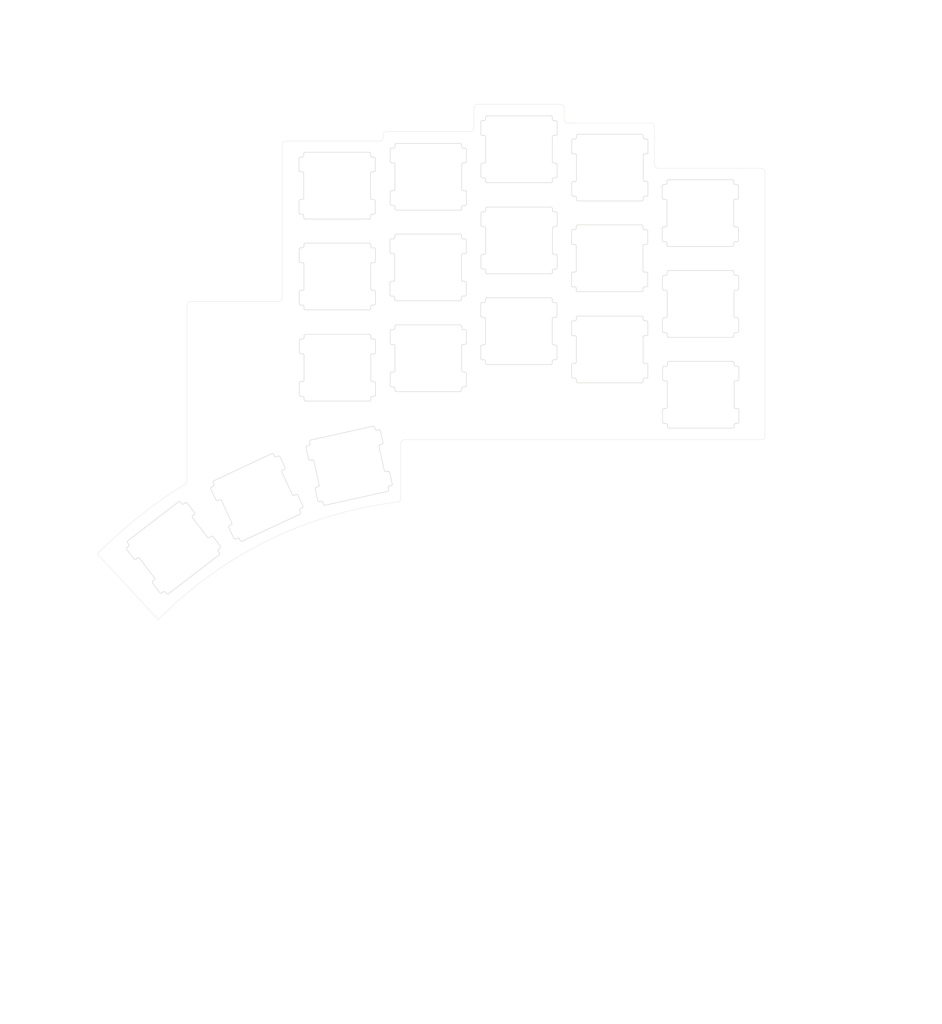
<source format=kicad_pcb>
(kicad_pcb (version 20171130) (host pcbnew "(5.1.7)-1")

  (general
    (thickness 1.6)
    (drawings 47)
    (tracks 0)
    (zones 0)
    (modules 18)
    (nets 3)
  )

  (page A4)
  (layers
    (0 F.Cu signal)
    (31 B.Cu signal)
    (32 B.Adhes user hide)
    (33 F.Adhes user hide)
    (34 B.Paste user hide)
    (35 F.Paste user hide)
    (36 B.SilkS user)
    (37 F.SilkS user)
    (38 B.Mask user)
    (39 F.Mask user)
    (40 Dwgs.User user)
    (41 Cmts.User user hide)
    (42 Eco1.User user hide)
    (43 Eco2.User user hide)
    (44 Edge.Cuts user)
    (45 Margin user hide)
    (46 B.CrtYd user hide)
    (47 F.CrtYd user hide)
    (48 B.Fab user hide)
    (49 F.Fab user hide)
  )

  (setup
    (last_trace_width 0.25)
    (user_trace_width 1)
    (trace_clearance 0.2)
    (zone_clearance 0.254)
    (zone_45_only no)
    (trace_min 0.2)
    (via_size 0.8)
    (via_drill 0.4)
    (via_min_size 0.4)
    (via_min_drill 0.3)
    (uvia_size 0.3)
    (uvia_drill 0.1)
    (uvias_allowed no)
    (uvia_min_size 0.2)
    (uvia_min_drill 0.1)
    (edge_width 0.05)
    (segment_width 0.2)
    (pcb_text_width 0.3)
    (pcb_text_size 1.5 1.5)
    (mod_edge_width 0.12)
    (mod_text_size 1 1)
    (mod_text_width 0.15)
    (pad_size 1.7526 1.7526)
    (pad_drill 1.0922)
    (pad_to_mask_clearance 0)
    (aux_axis_origin 0 0)
    (visible_elements 7FFFFFFF)
    (pcbplotparams
      (layerselection 0x010fc_ffffffff)
      (usegerberextensions false)
      (usegerberattributes true)
      (usegerberadvancedattributes true)
      (creategerberjobfile true)
      (excludeedgelayer true)
      (linewidth 0.100000)
      (plotframeref false)
      (viasonmask false)
      (mode 1)
      (useauxorigin true)
      (hpglpennumber 1)
      (hpglpenspeed 20)
      (hpglpendiameter 15.000000)
      (psnegative false)
      (psa4output false)
      (plotreference true)
      (plotvalue true)
      (plotinvisibletext false)
      (padsonsilk true)
      (subtractmaskfromsilk false)
      (outputformat 1)
      (mirror false)
      (drillshape 0)
      (scaleselection 1)
      (outputdirectory "gerber/"))
  )

  (net 0 "")
  (net 1 VCC)
  (net 2 GND)

  (net_class Default "This is the default net class."
    (clearance 0.2)
    (trace_width 0.25)
    (via_dia 0.8)
    (via_drill 0.4)
    (uvia_dia 0.3)
    (uvia_drill 0.1)
  )

  (module usbc_footprint:slotMX100 (layer F.Cu) (tedit 5E2060C0) (tstamp 607545CB)
    (at 121.457254 91.185035)
    (path /60CA0123)
    (fp_text reference SW28 (at 0.5 0.5) (layer Cmts.User)
      (effects (font (size 1 1) (thickness 0.15)))
    )
    (fp_text value SW_PUSH (at 0.5 -0.5) (layer F.Fab)
      (effects (font (size 1 1) (thickness 0.15)))
    )
    (fp_line (start 6.7 7) (end -6.7 7) (layer Edge.Cuts) (width 0.1))
    (fp_line (start -7 6.7) (end -7 6.3) (layer Edge.Cuts) (width 0.1))
    (fp_line (start 6.7 -7) (end -6.7 -7) (layer Edge.Cuts) (width 0.1))
    (fp_line (start -7 -2.6) (end -7 2.6) (layer Edge.Cuts) (width 0.1))
    (fp_line (start -7 -6.3) (end -7 -6.7) (layer Edge.Cuts) (width 0.1))
    (fp_line (start 7 6.3) (end 7 6.7) (layer Edge.Cuts) (width 0.1))
    (fp_line (start 7.3 -6) (end 7.7 -6) (layer Edge.Cuts) (width 0.1))
    (fp_line (start 8 -3.2) (end 8 -5.7) (layer Edge.Cuts) (width 0.1))
    (fp_line (start 7.7 -2.9) (end 7.3 -2.9) (layer Edge.Cuts) (width 0.1))
    (fp_line (start 7 2.6) (end 7 -2.6) (layer Edge.Cuts) (width 0.1))
    (fp_line (start 7 -6.7) (end 7 -6.3) (layer Edge.Cuts) (width 0.1))
    (fp_line (start 7.7 6) (end 7.3 6) (layer Edge.Cuts) (width 0.1))
    (fp_line (start 8 5.7) (end 8 3.2) (layer Edge.Cuts) (width 0.1))
    (fp_line (start 7.3 2.9) (end 7.7 2.9) (layer Edge.Cuts) (width 0.1))
    (fp_line (start -7.3 6) (end -7.7 6) (layer Edge.Cuts) (width 0.1))
    (fp_line (start -8 3.2) (end -8 5.7) (layer Edge.Cuts) (width 0.1))
    (fp_line (start -7.7 2.9) (end -7.3 2.9) (layer Edge.Cuts) (width 0.1))
    (fp_line (start -7.7 -6) (end -7.3 -6) (layer Edge.Cuts) (width 0.1))
    (fp_line (start -7.3 -2.9) (end -7.7 -2.9) (layer Edge.Cuts) (width 0.1))
    (fp_line (start -8 -5.7) (end -8 -3.2) (layer Edge.Cuts) (width 0.1))
    (fp_arc (start -7.7 -5.7) (end -7.7 -6) (angle -90) (layer Edge.Cuts) (width 0.1))
    (fp_arc (start -7.7 3.2) (end -7.7 2.9) (angle -90) (layer Edge.Cuts) (width 0.1))
    (fp_arc (start 7.7 5.7) (end 7.7 6) (angle -90) (layer Edge.Cuts) (width 0.1))
    (fp_arc (start 7.7 -3.2) (end 7.7 -2.9) (angle -90) (layer Edge.Cuts) (width 0.1))
    (fp_arc (start -7.7 -3.2) (end -8 -3.2) (angle -90) (layer Edge.Cuts) (width 0.1))
    (fp_arc (start -7.3 -2.6) (end -7 -2.6) (angle -90) (layer Edge.Cuts) (width 0.1))
    (fp_arc (start -7.3 -6.3) (end -7.3 -6) (angle -90) (layer Edge.Cuts) (width 0.1))
    (fp_arc (start -7.3 6.3) (end -7 6.3) (angle -90) (layer Edge.Cuts) (width 0.1))
    (fp_arc (start -7.7 5.7) (end -8 5.7) (angle -90) (layer Edge.Cuts) (width 0.1))
    (fp_arc (start -7.3 2.6) (end -7.3 2.9) (angle -90) (layer Edge.Cuts) (width 0.1))
    (fp_arc (start 7.3 6.3) (end 7.3 6) (angle -90) (layer Edge.Cuts) (width 0.1))
    (fp_arc (start 7.7 3.2) (end 8 3.2) (angle -90) (layer Edge.Cuts) (width 0.1))
    (fp_arc (start 7.3 2.6) (end 7 2.6) (angle -90) (layer Edge.Cuts) (width 0.1))
    (fp_arc (start 7.7 -5.7) (end 8 -5.7) (angle -90) (layer Edge.Cuts) (width 0.1))
    (fp_arc (start 7.3 -6.3) (end 7 -6.3) (angle -90) (layer Edge.Cuts) (width 0.1))
    (fp_arc (start 6.7 6.7) (end 6.7 7) (angle -90) (layer Edge.Cuts) (width 0.1))
    (fp_arc (start 7.3 -2.6) (end 7.3 -2.9) (angle -90) (layer Edge.Cuts) (width 0.1))
    (fp_arc (start 6.7 -6.7) (end 7 -6.7) (angle -90) (layer Edge.Cuts) (width 0.1))
    (fp_arc (start -6.7 -6.7) (end -6.7 -7) (angle -90) (layer Edge.Cuts) (width 0.1))
    (fp_arc (start -6.7 6.7) (end -7 6.7) (angle -90) (layer Edge.Cuts) (width 0.1))
    (model ${ACHERONLIB}/3d_models/mx_switch.step
      (offset (xyz -7.35 -7.3 1))
      (scale (xyz 1 1 1))
      (rotate (xyz -90 0 0))
    )
  )

  (module usbc_footprint:slotMX100 (layer F.Cu) (tedit 5E2060C0) (tstamp 60754433)
    (at 121.437875 72.059585)
    (path /60CA0113)
    (fp_text reference SW27 (at 0.5 0.5) (layer Cmts.User)
      (effects (font (size 1 1) (thickness 0.15)))
    )
    (fp_text value SW_PUSH (at 0.5 -0.5) (layer F.Fab)
      (effects (font (size 1 1) (thickness 0.15)))
    )
    (fp_line (start 6.7 7) (end -6.7 7) (layer Edge.Cuts) (width 0.1))
    (fp_line (start -7 6.7) (end -7 6.3) (layer Edge.Cuts) (width 0.1))
    (fp_line (start 6.7 -7) (end -6.7 -7) (layer Edge.Cuts) (width 0.1))
    (fp_line (start -7 -2.6) (end -7 2.6) (layer Edge.Cuts) (width 0.1))
    (fp_line (start -7 -6.3) (end -7 -6.7) (layer Edge.Cuts) (width 0.1))
    (fp_line (start 7 6.3) (end 7 6.7) (layer Edge.Cuts) (width 0.1))
    (fp_line (start 7.3 -6) (end 7.7 -6) (layer Edge.Cuts) (width 0.1))
    (fp_line (start 8 -3.2) (end 8 -5.7) (layer Edge.Cuts) (width 0.1))
    (fp_line (start 7.7 -2.9) (end 7.3 -2.9) (layer Edge.Cuts) (width 0.1))
    (fp_line (start 7 2.6) (end 7 -2.6) (layer Edge.Cuts) (width 0.1))
    (fp_line (start 7 -6.7) (end 7 -6.3) (layer Edge.Cuts) (width 0.1))
    (fp_line (start 7.7 6) (end 7.3 6) (layer Edge.Cuts) (width 0.1))
    (fp_line (start 8 5.7) (end 8 3.2) (layer Edge.Cuts) (width 0.1))
    (fp_line (start 7.3 2.9) (end 7.7 2.9) (layer Edge.Cuts) (width 0.1))
    (fp_line (start -7.3 6) (end -7.7 6) (layer Edge.Cuts) (width 0.1))
    (fp_line (start -8 3.2) (end -8 5.7) (layer Edge.Cuts) (width 0.1))
    (fp_line (start -7.7 2.9) (end -7.3 2.9) (layer Edge.Cuts) (width 0.1))
    (fp_line (start -7.7 -6) (end -7.3 -6) (layer Edge.Cuts) (width 0.1))
    (fp_line (start -7.3 -2.9) (end -7.7 -2.9) (layer Edge.Cuts) (width 0.1))
    (fp_line (start -8 -5.7) (end -8 -3.2) (layer Edge.Cuts) (width 0.1))
    (fp_arc (start -7.7 -5.7) (end -7.7 -6) (angle -90) (layer Edge.Cuts) (width 0.1))
    (fp_arc (start -7.7 3.2) (end -7.7 2.9) (angle -90) (layer Edge.Cuts) (width 0.1))
    (fp_arc (start 7.7 5.7) (end 7.7 6) (angle -90) (layer Edge.Cuts) (width 0.1))
    (fp_arc (start 7.7 -3.2) (end 7.7 -2.9) (angle -90) (layer Edge.Cuts) (width 0.1))
    (fp_arc (start -7.7 -3.2) (end -8 -3.2) (angle -90) (layer Edge.Cuts) (width 0.1))
    (fp_arc (start -7.3 -2.6) (end -7 -2.6) (angle -90) (layer Edge.Cuts) (width 0.1))
    (fp_arc (start -7.3 -6.3) (end -7.3 -6) (angle -90) (layer Edge.Cuts) (width 0.1))
    (fp_arc (start -7.3 6.3) (end -7 6.3) (angle -90) (layer Edge.Cuts) (width 0.1))
    (fp_arc (start -7.7 5.7) (end -8 5.7) (angle -90) (layer Edge.Cuts) (width 0.1))
    (fp_arc (start -7.3 2.6) (end -7.3 2.9) (angle -90) (layer Edge.Cuts) (width 0.1))
    (fp_arc (start 7.3 6.3) (end 7.3 6) (angle -90) (layer Edge.Cuts) (width 0.1))
    (fp_arc (start 7.7 3.2) (end 8 3.2) (angle -90) (layer Edge.Cuts) (width 0.1))
    (fp_arc (start 7.3 2.6) (end 7 2.6) (angle -90) (layer Edge.Cuts) (width 0.1))
    (fp_arc (start 7.7 -5.7) (end 8 -5.7) (angle -90) (layer Edge.Cuts) (width 0.1))
    (fp_arc (start 7.3 -6.3) (end 7 -6.3) (angle -90) (layer Edge.Cuts) (width 0.1))
    (fp_arc (start 6.7 6.7) (end 6.7 7) (angle -90) (layer Edge.Cuts) (width 0.1))
    (fp_arc (start 7.3 -2.6) (end 7.3 -2.9) (angle -90) (layer Edge.Cuts) (width 0.1))
    (fp_arc (start 6.7 -6.7) (end 7 -6.7) (angle -90) (layer Edge.Cuts) (width 0.1))
    (fp_arc (start -6.7 -6.7) (end -6.7 -7) (angle -90) (layer Edge.Cuts) (width 0.1))
    (fp_arc (start -6.7 6.7) (end -7 6.7) (angle -90) (layer Edge.Cuts) (width 0.1))
    (model ${ACHERONLIB}/3d_models/mx_switch.step
      (offset (xyz -7.35 -7.3 1))
      (scale (xyz 1 1 1))
      (rotate (xyz -90 0 0))
    )
  )

  (module usbc_footprint:slotMX100 (layer F.Cu) (tedit 5E2060C0) (tstamp 607544FF)
    (at 121.394232 53.02469)
    (path /60C99CA5)
    (fp_text reference SW26 (at 0.5 0.5) (layer Cmts.User)
      (effects (font (size 1 1) (thickness 0.15)))
    )
    (fp_text value SW_PUSH (at 0.5 -0.5) (layer F.Fab)
      (effects (font (size 1 1) (thickness 0.15)))
    )
    (fp_line (start 6.7 7) (end -6.7 7) (layer Edge.Cuts) (width 0.1))
    (fp_line (start -7 6.7) (end -7 6.3) (layer Edge.Cuts) (width 0.1))
    (fp_line (start 6.7 -7) (end -6.7 -7) (layer Edge.Cuts) (width 0.1))
    (fp_line (start -7 -2.6) (end -7 2.6) (layer Edge.Cuts) (width 0.1))
    (fp_line (start -7 -6.3) (end -7 -6.7) (layer Edge.Cuts) (width 0.1))
    (fp_line (start 7 6.3) (end 7 6.7) (layer Edge.Cuts) (width 0.1))
    (fp_line (start 7.3 -6) (end 7.7 -6) (layer Edge.Cuts) (width 0.1))
    (fp_line (start 8 -3.2) (end 8 -5.7) (layer Edge.Cuts) (width 0.1))
    (fp_line (start 7.7 -2.9) (end 7.3 -2.9) (layer Edge.Cuts) (width 0.1))
    (fp_line (start 7 2.6) (end 7 -2.6) (layer Edge.Cuts) (width 0.1))
    (fp_line (start 7 -6.7) (end 7 -6.3) (layer Edge.Cuts) (width 0.1))
    (fp_line (start 7.7 6) (end 7.3 6) (layer Edge.Cuts) (width 0.1))
    (fp_line (start 8 5.7) (end 8 3.2) (layer Edge.Cuts) (width 0.1))
    (fp_line (start 7.3 2.9) (end 7.7 2.9) (layer Edge.Cuts) (width 0.1))
    (fp_line (start -7.3 6) (end -7.7 6) (layer Edge.Cuts) (width 0.1))
    (fp_line (start -8 3.2) (end -8 5.7) (layer Edge.Cuts) (width 0.1))
    (fp_line (start -7.7 2.9) (end -7.3 2.9) (layer Edge.Cuts) (width 0.1))
    (fp_line (start -7.7 -6) (end -7.3 -6) (layer Edge.Cuts) (width 0.1))
    (fp_line (start -7.3 -2.9) (end -7.7 -2.9) (layer Edge.Cuts) (width 0.1))
    (fp_line (start -8 -5.7) (end -8 -3.2) (layer Edge.Cuts) (width 0.1))
    (fp_arc (start -7.7 -5.7) (end -7.7 -6) (angle -90) (layer Edge.Cuts) (width 0.1))
    (fp_arc (start -7.7 3.2) (end -7.7 2.9) (angle -90) (layer Edge.Cuts) (width 0.1))
    (fp_arc (start 7.7 5.7) (end 7.7 6) (angle -90) (layer Edge.Cuts) (width 0.1))
    (fp_arc (start 7.7 -3.2) (end 7.7 -2.9) (angle -90) (layer Edge.Cuts) (width 0.1))
    (fp_arc (start -7.7 -3.2) (end -8 -3.2) (angle -90) (layer Edge.Cuts) (width 0.1))
    (fp_arc (start -7.3 -2.6) (end -7 -2.6) (angle -90) (layer Edge.Cuts) (width 0.1))
    (fp_arc (start -7.3 -6.3) (end -7.3 -6) (angle -90) (layer Edge.Cuts) (width 0.1))
    (fp_arc (start -7.3 6.3) (end -7 6.3) (angle -90) (layer Edge.Cuts) (width 0.1))
    (fp_arc (start -7.7 5.7) (end -8 5.7) (angle -90) (layer Edge.Cuts) (width 0.1))
    (fp_arc (start -7.3 2.6) (end -7.3 2.9) (angle -90) (layer Edge.Cuts) (width 0.1))
    (fp_arc (start 7.3 6.3) (end 7.3 6) (angle -90) (layer Edge.Cuts) (width 0.1))
    (fp_arc (start 7.7 3.2) (end 8 3.2) (angle -90) (layer Edge.Cuts) (width 0.1))
    (fp_arc (start 7.3 2.6) (end 7 2.6) (angle -90) (layer Edge.Cuts) (width 0.1))
    (fp_arc (start 7.7 -5.7) (end 8 -5.7) (angle -90) (layer Edge.Cuts) (width 0.1))
    (fp_arc (start 7.3 -6.3) (end 7 -6.3) (angle -90) (layer Edge.Cuts) (width 0.1))
    (fp_arc (start 6.7 6.7) (end 6.7 7) (angle -90) (layer Edge.Cuts) (width 0.1))
    (fp_arc (start 7.3 -2.6) (end 7.3 -2.9) (angle -90) (layer Edge.Cuts) (width 0.1))
    (fp_arc (start 6.7 -6.7) (end 7 -6.7) (angle -90) (layer Edge.Cuts) (width 0.1))
    (fp_arc (start -6.7 -6.7) (end -6.7 -7) (angle -90) (layer Edge.Cuts) (width 0.1))
    (fp_arc (start -6.7 6.7) (end -7 6.7) (angle -90) (layer Edge.Cuts) (width 0.1))
    (model ${ACHERONLIB}/3d_models/mx_switch.step
      (offset (xyz -7.35 -7.3 1))
      (scale (xyz 1 1 1))
      (rotate (xyz -90 0 0))
    )
  )

  (module usbc_footprint:slotMX100 (layer F.Cu) (tedit 5E2060C0) (tstamp 607546FD)
    (at 140.524659 89.20896)
    (path /60A99EF3)
    (fp_text reference SW24 (at 0.5 0.5) (layer Cmts.User)
      (effects (font (size 1 1) (thickness 0.15)))
    )
    (fp_text value SW_PUSH (at 0.5 -0.5) (layer F.Fab)
      (effects (font (size 1 1) (thickness 0.15)))
    )
    (fp_line (start 6.7 7) (end -6.7 7) (layer Edge.Cuts) (width 0.1))
    (fp_line (start -7 6.7) (end -7 6.3) (layer Edge.Cuts) (width 0.1))
    (fp_line (start 6.7 -7) (end -6.7 -7) (layer Edge.Cuts) (width 0.1))
    (fp_line (start -7 -2.6) (end -7 2.6) (layer Edge.Cuts) (width 0.1))
    (fp_line (start -7 -6.3) (end -7 -6.7) (layer Edge.Cuts) (width 0.1))
    (fp_line (start 7 6.3) (end 7 6.7) (layer Edge.Cuts) (width 0.1))
    (fp_line (start 7.3 -6) (end 7.7 -6) (layer Edge.Cuts) (width 0.1))
    (fp_line (start 8 -3.2) (end 8 -5.7) (layer Edge.Cuts) (width 0.1))
    (fp_line (start 7.7 -2.9) (end 7.3 -2.9) (layer Edge.Cuts) (width 0.1))
    (fp_line (start 7 2.6) (end 7 -2.6) (layer Edge.Cuts) (width 0.1))
    (fp_line (start 7 -6.7) (end 7 -6.3) (layer Edge.Cuts) (width 0.1))
    (fp_line (start 7.7 6) (end 7.3 6) (layer Edge.Cuts) (width 0.1))
    (fp_line (start 8 5.7) (end 8 3.2) (layer Edge.Cuts) (width 0.1))
    (fp_line (start 7.3 2.9) (end 7.7 2.9) (layer Edge.Cuts) (width 0.1))
    (fp_line (start -7.3 6) (end -7.7 6) (layer Edge.Cuts) (width 0.1))
    (fp_line (start -8 3.2) (end -8 5.7) (layer Edge.Cuts) (width 0.1))
    (fp_line (start -7.7 2.9) (end -7.3 2.9) (layer Edge.Cuts) (width 0.1))
    (fp_line (start -7.7 -6) (end -7.3 -6) (layer Edge.Cuts) (width 0.1))
    (fp_line (start -7.3 -2.9) (end -7.7 -2.9) (layer Edge.Cuts) (width 0.1))
    (fp_line (start -8 -5.7) (end -8 -3.2) (layer Edge.Cuts) (width 0.1))
    (fp_arc (start -7.7 -5.7) (end -7.7 -6) (angle -90) (layer Edge.Cuts) (width 0.1))
    (fp_arc (start -7.7 3.2) (end -7.7 2.9) (angle -90) (layer Edge.Cuts) (width 0.1))
    (fp_arc (start 7.7 5.7) (end 7.7 6) (angle -90) (layer Edge.Cuts) (width 0.1))
    (fp_arc (start 7.7 -3.2) (end 7.7 -2.9) (angle -90) (layer Edge.Cuts) (width 0.1))
    (fp_arc (start -7.7 -3.2) (end -8 -3.2) (angle -90) (layer Edge.Cuts) (width 0.1))
    (fp_arc (start -7.3 -2.6) (end -7 -2.6) (angle -90) (layer Edge.Cuts) (width 0.1))
    (fp_arc (start -7.3 -6.3) (end -7.3 -6) (angle -90) (layer Edge.Cuts) (width 0.1))
    (fp_arc (start -7.3 6.3) (end -7 6.3) (angle -90) (layer Edge.Cuts) (width 0.1))
    (fp_arc (start -7.7 5.7) (end -8 5.7) (angle -90) (layer Edge.Cuts) (width 0.1))
    (fp_arc (start -7.3 2.6) (end -7.3 2.9) (angle -90) (layer Edge.Cuts) (width 0.1))
    (fp_arc (start 7.3 6.3) (end 7.3 6) (angle -90) (layer Edge.Cuts) (width 0.1))
    (fp_arc (start 7.7 3.2) (end 8 3.2) (angle -90) (layer Edge.Cuts) (width 0.1))
    (fp_arc (start 7.3 2.6) (end 7 2.6) (angle -90) (layer Edge.Cuts) (width 0.1))
    (fp_arc (start 7.7 -5.7) (end 8 -5.7) (angle -90) (layer Edge.Cuts) (width 0.1))
    (fp_arc (start 7.3 -6.3) (end 7 -6.3) (angle -90) (layer Edge.Cuts) (width 0.1))
    (fp_arc (start 6.7 6.7) (end 6.7 7) (angle -90) (layer Edge.Cuts) (width 0.1))
    (fp_arc (start 7.3 -2.6) (end 7.3 -2.9) (angle -90) (layer Edge.Cuts) (width 0.1))
    (fp_arc (start 6.7 -6.7) (end 7 -6.7) (angle -90) (layer Edge.Cuts) (width 0.1))
    (fp_arc (start -6.7 -6.7) (end -6.7 -7) (angle -90) (layer Edge.Cuts) (width 0.1))
    (fp_arc (start -6.7 6.7) (end -7 6.7) (angle -90) (layer Edge.Cuts) (width 0.1))
    (model ${ACHERONLIB}/3d_models/mx_switch.step
      (offset (xyz -7.35 -7.3 1))
      (scale (xyz 1 1 1))
      (rotate (xyz -90 0 0))
    )
  )

  (module usbc_footprint:slotMX100 (layer F.Cu) (tedit 5E2060C0) (tstamp 60754565)
    (at 140.481015 70.174064)
    (path /60A99EE3)
    (fp_text reference SW23 (at 0.5 0.5) (layer Cmts.User)
      (effects (font (size 1 1) (thickness 0.15)))
    )
    (fp_text value SW_PUSH (at 0.5 -0.5) (layer F.Fab)
      (effects (font (size 1 1) (thickness 0.15)))
    )
    (fp_line (start 6.7 7) (end -6.7 7) (layer Edge.Cuts) (width 0.1))
    (fp_line (start -7 6.7) (end -7 6.3) (layer Edge.Cuts) (width 0.1))
    (fp_line (start 6.7 -7) (end -6.7 -7) (layer Edge.Cuts) (width 0.1))
    (fp_line (start -7 -2.6) (end -7 2.6) (layer Edge.Cuts) (width 0.1))
    (fp_line (start -7 -6.3) (end -7 -6.7) (layer Edge.Cuts) (width 0.1))
    (fp_line (start 7 6.3) (end 7 6.7) (layer Edge.Cuts) (width 0.1))
    (fp_line (start 7.3 -6) (end 7.7 -6) (layer Edge.Cuts) (width 0.1))
    (fp_line (start 8 -3.2) (end 8 -5.7) (layer Edge.Cuts) (width 0.1))
    (fp_line (start 7.7 -2.9) (end 7.3 -2.9) (layer Edge.Cuts) (width 0.1))
    (fp_line (start 7 2.6) (end 7 -2.6) (layer Edge.Cuts) (width 0.1))
    (fp_line (start 7 -6.7) (end 7 -6.3) (layer Edge.Cuts) (width 0.1))
    (fp_line (start 7.7 6) (end 7.3 6) (layer Edge.Cuts) (width 0.1))
    (fp_line (start 8 5.7) (end 8 3.2) (layer Edge.Cuts) (width 0.1))
    (fp_line (start 7.3 2.9) (end 7.7 2.9) (layer Edge.Cuts) (width 0.1))
    (fp_line (start -7.3 6) (end -7.7 6) (layer Edge.Cuts) (width 0.1))
    (fp_line (start -8 3.2) (end -8 5.7) (layer Edge.Cuts) (width 0.1))
    (fp_line (start -7.7 2.9) (end -7.3 2.9) (layer Edge.Cuts) (width 0.1))
    (fp_line (start -7.7 -6) (end -7.3 -6) (layer Edge.Cuts) (width 0.1))
    (fp_line (start -7.3 -2.9) (end -7.7 -2.9) (layer Edge.Cuts) (width 0.1))
    (fp_line (start -8 -5.7) (end -8 -3.2) (layer Edge.Cuts) (width 0.1))
    (fp_arc (start -7.7 -5.7) (end -7.7 -6) (angle -90) (layer Edge.Cuts) (width 0.1))
    (fp_arc (start -7.7 3.2) (end -7.7 2.9) (angle -90) (layer Edge.Cuts) (width 0.1))
    (fp_arc (start 7.7 5.7) (end 7.7 6) (angle -90) (layer Edge.Cuts) (width 0.1))
    (fp_arc (start 7.7 -3.2) (end 7.7 -2.9) (angle -90) (layer Edge.Cuts) (width 0.1))
    (fp_arc (start -7.7 -3.2) (end -8 -3.2) (angle -90) (layer Edge.Cuts) (width 0.1))
    (fp_arc (start -7.3 -2.6) (end -7 -2.6) (angle -90) (layer Edge.Cuts) (width 0.1))
    (fp_arc (start -7.3 -6.3) (end -7.3 -6) (angle -90) (layer Edge.Cuts) (width 0.1))
    (fp_arc (start -7.3 6.3) (end -7 6.3) (angle -90) (layer Edge.Cuts) (width 0.1))
    (fp_arc (start -7.7 5.7) (end -8 5.7) (angle -90) (layer Edge.Cuts) (width 0.1))
    (fp_arc (start -7.3 2.6) (end -7.3 2.9) (angle -90) (layer Edge.Cuts) (width 0.1))
    (fp_arc (start 7.3 6.3) (end 7.3 6) (angle -90) (layer Edge.Cuts) (width 0.1))
    (fp_arc (start 7.7 3.2) (end 8 3.2) (angle -90) (layer Edge.Cuts) (width 0.1))
    (fp_arc (start 7.3 2.6) (end 7 2.6) (angle -90) (layer Edge.Cuts) (width 0.1))
    (fp_arc (start 7.7 -5.7) (end 8 -5.7) (angle -90) (layer Edge.Cuts) (width 0.1))
    (fp_arc (start 7.3 -6.3) (end 7 -6.3) (angle -90) (layer Edge.Cuts) (width 0.1))
    (fp_arc (start 6.7 6.7) (end 6.7 7) (angle -90) (layer Edge.Cuts) (width 0.1))
    (fp_arc (start 7.3 -2.6) (end 7.3 -2.9) (angle -90) (layer Edge.Cuts) (width 0.1))
    (fp_arc (start 6.7 -6.7) (end 7 -6.7) (angle -90) (layer Edge.Cuts) (width 0.1))
    (fp_arc (start -6.7 -6.7) (end -6.7 -7) (angle -90) (layer Edge.Cuts) (width 0.1))
    (fp_arc (start -6.7 6.7) (end -7 6.7) (angle -90) (layer Edge.Cuts) (width 0.1))
    (model ${ACHERONLIB}/3d_models/mx_switch.step
      (offset (xyz -7.35 -7.3 1))
      (scale (xyz 1 1 1))
      (rotate (xyz -90 0 0))
    )
  )

  (module usbc_footprint:slotMX100 (layer F.Cu) (tedit 5E2060C0) (tstamp 60754631)
    (at 140.527926 51.163438)
    (path /60A305CB)
    (fp_text reference SW22 (at 0.5 0.5) (layer Cmts.User)
      (effects (font (size 1 1) (thickness 0.15)))
    )
    (fp_text value SW_PUSH (at 0.5 -0.5) (layer F.Fab)
      (effects (font (size 1 1) (thickness 0.15)))
    )
    (fp_line (start 6.7 7) (end -6.7 7) (layer Edge.Cuts) (width 0.1))
    (fp_line (start -7 6.7) (end -7 6.3) (layer Edge.Cuts) (width 0.1))
    (fp_line (start 6.7 -7) (end -6.7 -7) (layer Edge.Cuts) (width 0.1))
    (fp_line (start -7 -2.6) (end -7 2.6) (layer Edge.Cuts) (width 0.1))
    (fp_line (start -7 -6.3) (end -7 -6.7) (layer Edge.Cuts) (width 0.1))
    (fp_line (start 7 6.3) (end 7 6.7) (layer Edge.Cuts) (width 0.1))
    (fp_line (start 7.3 -6) (end 7.7 -6) (layer Edge.Cuts) (width 0.1))
    (fp_line (start 8 -3.2) (end 8 -5.7) (layer Edge.Cuts) (width 0.1))
    (fp_line (start 7.7 -2.9) (end 7.3 -2.9) (layer Edge.Cuts) (width 0.1))
    (fp_line (start 7 2.6) (end 7 -2.6) (layer Edge.Cuts) (width 0.1))
    (fp_line (start 7 -6.7) (end 7 -6.3) (layer Edge.Cuts) (width 0.1))
    (fp_line (start 7.7 6) (end 7.3 6) (layer Edge.Cuts) (width 0.1))
    (fp_line (start 8 5.7) (end 8 3.2) (layer Edge.Cuts) (width 0.1))
    (fp_line (start 7.3 2.9) (end 7.7 2.9) (layer Edge.Cuts) (width 0.1))
    (fp_line (start -7.3 6) (end -7.7 6) (layer Edge.Cuts) (width 0.1))
    (fp_line (start -8 3.2) (end -8 5.7) (layer Edge.Cuts) (width 0.1))
    (fp_line (start -7.7 2.9) (end -7.3 2.9) (layer Edge.Cuts) (width 0.1))
    (fp_line (start -7.7 -6) (end -7.3 -6) (layer Edge.Cuts) (width 0.1))
    (fp_line (start -7.3 -2.9) (end -7.7 -2.9) (layer Edge.Cuts) (width 0.1))
    (fp_line (start -8 -5.7) (end -8 -3.2) (layer Edge.Cuts) (width 0.1))
    (fp_arc (start -7.7 -5.7) (end -7.7 -6) (angle -90) (layer Edge.Cuts) (width 0.1))
    (fp_arc (start -7.7 3.2) (end -7.7 2.9) (angle -90) (layer Edge.Cuts) (width 0.1))
    (fp_arc (start 7.7 5.7) (end 7.7 6) (angle -90) (layer Edge.Cuts) (width 0.1))
    (fp_arc (start 7.7 -3.2) (end 7.7 -2.9) (angle -90) (layer Edge.Cuts) (width 0.1))
    (fp_arc (start -7.7 -3.2) (end -8 -3.2) (angle -90) (layer Edge.Cuts) (width 0.1))
    (fp_arc (start -7.3 -2.6) (end -7 -2.6) (angle -90) (layer Edge.Cuts) (width 0.1))
    (fp_arc (start -7.3 -6.3) (end -7.3 -6) (angle -90) (layer Edge.Cuts) (width 0.1))
    (fp_arc (start -7.3 6.3) (end -7 6.3) (angle -90) (layer Edge.Cuts) (width 0.1))
    (fp_arc (start -7.7 5.7) (end -8 5.7) (angle -90) (layer Edge.Cuts) (width 0.1))
    (fp_arc (start -7.3 2.6) (end -7.3 2.9) (angle -90) (layer Edge.Cuts) (width 0.1))
    (fp_arc (start 7.3 6.3) (end 7.3 6) (angle -90) (layer Edge.Cuts) (width 0.1))
    (fp_arc (start 7.7 3.2) (end 8 3.2) (angle -90) (layer Edge.Cuts) (width 0.1))
    (fp_arc (start 7.3 2.6) (end 7 2.6) (angle -90) (layer Edge.Cuts) (width 0.1))
    (fp_arc (start 7.7 -5.7) (end 8 -5.7) (angle -90) (layer Edge.Cuts) (width 0.1))
    (fp_arc (start 7.3 -6.3) (end 7 -6.3) (angle -90) (layer Edge.Cuts) (width 0.1))
    (fp_arc (start 6.7 6.7) (end 6.7 7) (angle -90) (layer Edge.Cuts) (width 0.1))
    (fp_arc (start 7.3 -2.6) (end 7.3 -2.9) (angle -90) (layer Edge.Cuts) (width 0.1))
    (fp_arc (start 6.7 -6.7) (end 7 -6.7) (angle -90) (layer Edge.Cuts) (width 0.1))
    (fp_arc (start -6.7 -6.7) (end -6.7 -7) (angle -90) (layer Edge.Cuts) (width 0.1))
    (fp_arc (start -6.7 6.7) (end -7 6.7) (angle -90) (layer Edge.Cuts) (width 0.1))
    (model ${ACHERONLIB}/3d_models/mx_switch.step
      (offset (xyz -7.35 -7.3 1))
      (scale (xyz 1 1 1))
      (rotate (xyz -90 0 0))
    )
  )

  (module usbc_footprint:slotMX100 (layer F.Cu) (tedit 5E2060C0) (tstamp 604B4E28)
    (at 87.074455 128.947849 37.5)
    (path /60EDC2C3)
    (fp_text reference SW20 (at 0.5 0.5 37.5) (layer Cmts.User)
      (effects (font (size 1 1) (thickness 0.15)))
    )
    (fp_text value SW_PUSH (at 0.5 -0.5 37.5) (layer F.Fab)
      (effects (font (size 1 1) (thickness 0.15)))
    )
    (fp_line (start 6.7 7) (end -6.7 7) (layer Edge.Cuts) (width 0.1))
    (fp_line (start -7 6.7) (end -7 6.3) (layer Edge.Cuts) (width 0.1))
    (fp_line (start 6.7 -7) (end -6.7 -7) (layer Edge.Cuts) (width 0.1))
    (fp_line (start -7 -2.6) (end -7 2.6) (layer Edge.Cuts) (width 0.1))
    (fp_line (start -7 -6.3) (end -7 -6.7) (layer Edge.Cuts) (width 0.1))
    (fp_line (start 7 6.3) (end 7 6.7) (layer Edge.Cuts) (width 0.1))
    (fp_line (start 7.3 -6) (end 7.7 -6) (layer Edge.Cuts) (width 0.1))
    (fp_line (start 8 -3.2) (end 8 -5.7) (layer Edge.Cuts) (width 0.1))
    (fp_line (start 7.7 -2.9) (end 7.3 -2.9) (layer Edge.Cuts) (width 0.1))
    (fp_line (start 7 2.6) (end 7 -2.6) (layer Edge.Cuts) (width 0.1))
    (fp_line (start 7 -6.7) (end 7 -6.3) (layer Edge.Cuts) (width 0.1))
    (fp_line (start 7.7 6) (end 7.3 6) (layer Edge.Cuts) (width 0.1))
    (fp_line (start 8 5.7) (end 8 3.2) (layer Edge.Cuts) (width 0.1))
    (fp_line (start 7.3 2.9) (end 7.7 2.9) (layer Edge.Cuts) (width 0.1))
    (fp_line (start -7.3 6) (end -7.7 6) (layer Edge.Cuts) (width 0.1))
    (fp_line (start -8 3.2) (end -8 5.7) (layer Edge.Cuts) (width 0.1))
    (fp_line (start -7.7 2.9) (end -7.3 2.9) (layer Edge.Cuts) (width 0.1))
    (fp_line (start -7.7 -6) (end -7.3 -6) (layer Edge.Cuts) (width 0.1))
    (fp_line (start -7.3 -2.9) (end -7.7 -2.9) (layer Edge.Cuts) (width 0.1))
    (fp_line (start -8 -5.7) (end -8 -3.2) (layer Edge.Cuts) (width 0.1))
    (fp_arc (start -7.7 -5.7) (end -7.7 -6) (angle -90) (layer Edge.Cuts) (width 0.1))
    (fp_arc (start -7.7 3.2) (end -7.7 2.9) (angle -90) (layer Edge.Cuts) (width 0.1))
    (fp_arc (start 7.7 5.7) (end 7.7 6) (angle -90) (layer Edge.Cuts) (width 0.1))
    (fp_arc (start 7.7 -3.2) (end 7.7 -2.9) (angle -90) (layer Edge.Cuts) (width 0.1))
    (fp_arc (start -7.7 -3.2) (end -8 -3.2) (angle -90) (layer Edge.Cuts) (width 0.1))
    (fp_arc (start -7.3 -2.6) (end -7 -2.6) (angle -90) (layer Edge.Cuts) (width 0.1))
    (fp_arc (start -7.3 -6.3) (end -7.3 -6) (angle -90) (layer Edge.Cuts) (width 0.1))
    (fp_arc (start -7.3 6.3) (end -7 6.3) (angle -90) (layer Edge.Cuts) (width 0.1))
    (fp_arc (start -7.7 5.7) (end -8 5.7) (angle -90) (layer Edge.Cuts) (width 0.1))
    (fp_arc (start -7.3 2.6) (end -7.3 2.9) (angle -90) (layer Edge.Cuts) (width 0.1))
    (fp_arc (start 7.3 6.3) (end 7.3 6) (angle -90) (layer Edge.Cuts) (width 0.1))
    (fp_arc (start 7.7 3.2) (end 8 3.2) (angle -90) (layer Edge.Cuts) (width 0.1))
    (fp_arc (start 7.3 2.6) (end 7 2.6) (angle -90) (layer Edge.Cuts) (width 0.1))
    (fp_arc (start 7.7 -5.7) (end 8 -5.7) (angle -90) (layer Edge.Cuts) (width 0.1))
    (fp_arc (start 7.3 -6.3) (end 7 -6.3) (angle -90) (layer Edge.Cuts) (width 0.1))
    (fp_arc (start 6.7 6.7) (end 6.7 7) (angle -90) (layer Edge.Cuts) (width 0.1))
    (fp_arc (start 7.3 -2.6) (end 7.3 -2.9) (angle -90) (layer Edge.Cuts) (width 0.1))
    (fp_arc (start 6.7 -6.7) (end 7 -6.7) (angle -90) (layer Edge.Cuts) (width 0.1))
    (fp_arc (start -6.7 -6.7) (end -6.7 -7) (angle -90) (layer Edge.Cuts) (width 0.1))
    (fp_arc (start -6.7 6.7) (end -7 6.7) (angle -90) (layer Edge.Cuts) (width 0.1))
    (model ${ACHERONLIB}/3d_models/mx_switch.step
      (offset (xyz -7.35 -7.3 1))
      (scale (xyz 1 1 1))
      (rotate (xyz -90 0 0))
    )
  )

  (module usbc_footprint:slotMX100 (layer F.Cu) (tedit 5E2060C0) (tstamp 60754499)
    (at 159.517991 83.524865)
    (path /60A7723C)
    (fp_text reference SW19 (at 0.5 0.5) (layer Cmts.User)
      (effects (font (size 1 1) (thickness 0.15)))
    )
    (fp_text value SW_PUSH (at 0.5 -0.5) (layer F.Fab)
      (effects (font (size 1 1) (thickness 0.15)))
    )
    (fp_line (start 6.7 7) (end -6.7 7) (layer Edge.Cuts) (width 0.1))
    (fp_line (start -7 6.7) (end -7 6.3) (layer Edge.Cuts) (width 0.1))
    (fp_line (start 6.7 -7) (end -6.7 -7) (layer Edge.Cuts) (width 0.1))
    (fp_line (start -7 -2.6) (end -7 2.6) (layer Edge.Cuts) (width 0.1))
    (fp_line (start -7 -6.3) (end -7 -6.7) (layer Edge.Cuts) (width 0.1))
    (fp_line (start 7 6.3) (end 7 6.7) (layer Edge.Cuts) (width 0.1))
    (fp_line (start 7.3 -6) (end 7.7 -6) (layer Edge.Cuts) (width 0.1))
    (fp_line (start 8 -3.2) (end 8 -5.7) (layer Edge.Cuts) (width 0.1))
    (fp_line (start 7.7 -2.9) (end 7.3 -2.9) (layer Edge.Cuts) (width 0.1))
    (fp_line (start 7 2.6) (end 7 -2.6) (layer Edge.Cuts) (width 0.1))
    (fp_line (start 7 -6.7) (end 7 -6.3) (layer Edge.Cuts) (width 0.1))
    (fp_line (start 7.7 6) (end 7.3 6) (layer Edge.Cuts) (width 0.1))
    (fp_line (start 8 5.7) (end 8 3.2) (layer Edge.Cuts) (width 0.1))
    (fp_line (start 7.3 2.9) (end 7.7 2.9) (layer Edge.Cuts) (width 0.1))
    (fp_line (start -7.3 6) (end -7.7 6) (layer Edge.Cuts) (width 0.1))
    (fp_line (start -8 3.2) (end -8 5.7) (layer Edge.Cuts) (width 0.1))
    (fp_line (start -7.7 2.9) (end -7.3 2.9) (layer Edge.Cuts) (width 0.1))
    (fp_line (start -7.7 -6) (end -7.3 -6) (layer Edge.Cuts) (width 0.1))
    (fp_line (start -7.3 -2.9) (end -7.7 -2.9) (layer Edge.Cuts) (width 0.1))
    (fp_line (start -8 -5.7) (end -8 -3.2) (layer Edge.Cuts) (width 0.1))
    (fp_arc (start -7.7 -5.7) (end -7.7 -6) (angle -90) (layer Edge.Cuts) (width 0.1))
    (fp_arc (start -7.7 3.2) (end -7.7 2.9) (angle -90) (layer Edge.Cuts) (width 0.1))
    (fp_arc (start 7.7 5.7) (end 7.7 6) (angle -90) (layer Edge.Cuts) (width 0.1))
    (fp_arc (start 7.7 -3.2) (end 7.7 -2.9) (angle -90) (layer Edge.Cuts) (width 0.1))
    (fp_arc (start -7.7 -3.2) (end -8 -3.2) (angle -90) (layer Edge.Cuts) (width 0.1))
    (fp_arc (start -7.3 -2.6) (end -7 -2.6) (angle -90) (layer Edge.Cuts) (width 0.1))
    (fp_arc (start -7.3 -6.3) (end -7.3 -6) (angle -90) (layer Edge.Cuts) (width 0.1))
    (fp_arc (start -7.3 6.3) (end -7 6.3) (angle -90) (layer Edge.Cuts) (width 0.1))
    (fp_arc (start -7.7 5.7) (end -8 5.7) (angle -90) (layer Edge.Cuts) (width 0.1))
    (fp_arc (start -7.3 2.6) (end -7.3 2.9) (angle -90) (layer Edge.Cuts) (width 0.1))
    (fp_arc (start 7.3 6.3) (end 7.3 6) (angle -90) (layer Edge.Cuts) (width 0.1))
    (fp_arc (start 7.7 3.2) (end 8 3.2) (angle -90) (layer Edge.Cuts) (width 0.1))
    (fp_arc (start 7.3 2.6) (end 7 2.6) (angle -90) (layer Edge.Cuts) (width 0.1))
    (fp_arc (start 7.7 -5.7) (end 8 -5.7) (angle -90) (layer Edge.Cuts) (width 0.1))
    (fp_arc (start 7.3 -6.3) (end 7 -6.3) (angle -90) (layer Edge.Cuts) (width 0.1))
    (fp_arc (start 6.7 6.7) (end 6.7 7) (angle -90) (layer Edge.Cuts) (width 0.1))
    (fp_arc (start 7.3 -2.6) (end 7.3 -2.9) (angle -90) (layer Edge.Cuts) (width 0.1))
    (fp_arc (start 6.7 -6.7) (end 7 -6.7) (angle -90) (layer Edge.Cuts) (width 0.1))
    (fp_arc (start -6.7 -6.7) (end -6.7 -7) (angle -90) (layer Edge.Cuts) (width 0.1))
    (fp_arc (start -6.7 6.7) (end -7 6.7) (angle -90) (layer Edge.Cuts) (width 0.1))
    (model ${ACHERONLIB}/3d_models/mx_switch.step
      (offset (xyz -7.35 -7.3 1))
      (scale (xyz 1 1 1))
      (rotate (xyz -90 0 0))
    )
  )

  (module usbc_footprint:slotMX100 (layer F.Cu) (tedit 5E2060C0) (tstamp 6075528B)
    (at 159.564908 64.514237)
    (path /60A7722C)
    (fp_text reference SW18 (at 0.5 0.5) (layer Cmts.User)
      (effects (font (size 1 1) (thickness 0.15)))
    )
    (fp_text value SW_PUSH (at 0.5 -0.5) (layer F.Fab)
      (effects (font (size 1 1) (thickness 0.15)))
    )
    (fp_line (start 6.7 7) (end -6.7 7) (layer Edge.Cuts) (width 0.1))
    (fp_line (start -7 6.7) (end -7 6.3) (layer Edge.Cuts) (width 0.1))
    (fp_line (start 6.7 -7) (end -6.7 -7) (layer Edge.Cuts) (width 0.1))
    (fp_line (start -7 -2.6) (end -7 2.6) (layer Edge.Cuts) (width 0.1))
    (fp_line (start -7 -6.3) (end -7 -6.7) (layer Edge.Cuts) (width 0.1))
    (fp_line (start 7 6.3) (end 7 6.7) (layer Edge.Cuts) (width 0.1))
    (fp_line (start 7.3 -6) (end 7.7 -6) (layer Edge.Cuts) (width 0.1))
    (fp_line (start 8 -3.2) (end 8 -5.7) (layer Edge.Cuts) (width 0.1))
    (fp_line (start 7.7 -2.9) (end 7.3 -2.9) (layer Edge.Cuts) (width 0.1))
    (fp_line (start 7 2.6) (end 7 -2.6) (layer Edge.Cuts) (width 0.1))
    (fp_line (start 7 -6.7) (end 7 -6.3) (layer Edge.Cuts) (width 0.1))
    (fp_line (start 7.7 6) (end 7.3 6) (layer Edge.Cuts) (width 0.1))
    (fp_line (start 8 5.7) (end 8 3.2) (layer Edge.Cuts) (width 0.1))
    (fp_line (start 7.3 2.9) (end 7.7 2.9) (layer Edge.Cuts) (width 0.1))
    (fp_line (start -7.3 6) (end -7.7 6) (layer Edge.Cuts) (width 0.1))
    (fp_line (start -8 3.2) (end -8 5.7) (layer Edge.Cuts) (width 0.1))
    (fp_line (start -7.7 2.9) (end -7.3 2.9) (layer Edge.Cuts) (width 0.1))
    (fp_line (start -7.7 -6) (end -7.3 -6) (layer Edge.Cuts) (width 0.1))
    (fp_line (start -7.3 -2.9) (end -7.7 -2.9) (layer Edge.Cuts) (width 0.1))
    (fp_line (start -8 -5.7) (end -8 -3.2) (layer Edge.Cuts) (width 0.1))
    (fp_arc (start -7.7 -5.7) (end -7.7 -6) (angle -90) (layer Edge.Cuts) (width 0.1))
    (fp_arc (start -7.7 3.2) (end -7.7 2.9) (angle -90) (layer Edge.Cuts) (width 0.1))
    (fp_arc (start 7.7 5.7) (end 7.7 6) (angle -90) (layer Edge.Cuts) (width 0.1))
    (fp_arc (start 7.7 -3.2) (end 7.7 -2.9) (angle -90) (layer Edge.Cuts) (width 0.1))
    (fp_arc (start -7.7 -3.2) (end -8 -3.2) (angle -90) (layer Edge.Cuts) (width 0.1))
    (fp_arc (start -7.3 -2.6) (end -7 -2.6) (angle -90) (layer Edge.Cuts) (width 0.1))
    (fp_arc (start -7.3 -6.3) (end -7.3 -6) (angle -90) (layer Edge.Cuts) (width 0.1))
    (fp_arc (start -7.3 6.3) (end -7 6.3) (angle -90) (layer Edge.Cuts) (width 0.1))
    (fp_arc (start -7.7 5.7) (end -8 5.7) (angle -90) (layer Edge.Cuts) (width 0.1))
    (fp_arc (start -7.3 2.6) (end -7.3 2.9) (angle -90) (layer Edge.Cuts) (width 0.1))
    (fp_arc (start 7.3 6.3) (end 7.3 6) (angle -90) (layer Edge.Cuts) (width 0.1))
    (fp_arc (start 7.7 3.2) (end 8 3.2) (angle -90) (layer Edge.Cuts) (width 0.1))
    (fp_arc (start 7.3 2.6) (end 7 2.6) (angle -90) (layer Edge.Cuts) (width 0.1))
    (fp_arc (start 7.7 -5.7) (end 8 -5.7) (angle -90) (layer Edge.Cuts) (width 0.1))
    (fp_arc (start 7.3 -6.3) (end 7 -6.3) (angle -90) (layer Edge.Cuts) (width 0.1))
    (fp_arc (start 6.7 6.7) (end 6.7 7) (angle -90) (layer Edge.Cuts) (width 0.1))
    (fp_arc (start 7.3 -2.6) (end 7.3 -2.9) (angle -90) (layer Edge.Cuts) (width 0.1))
    (fp_arc (start 6.7 -6.7) (end 7 -6.7) (angle -90) (layer Edge.Cuts) (width 0.1))
    (fp_arc (start -6.7 -6.7) (end -6.7 -7) (angle -90) (layer Edge.Cuts) (width 0.1))
    (fp_arc (start -6.7 6.7) (end -7 6.7) (angle -90) (layer Edge.Cuts) (width 0.1))
    (model ${ACHERONLIB}/3d_models/mx_switch.step
      (offset (xyz -7.35 -7.3 1))
      (scale (xyz 1 1 1))
      (rotate (xyz -90 0 0))
    )
  )

  (module usbc_footprint:slotMX100 (layer F.Cu) (tedit 5E2060C0) (tstamp 60754D63)
    (at 159.545524 45.388787)
    (path /60A11263)
    (fp_text reference SW17 (at 0.5 0.5) (layer Cmts.User)
      (effects (font (size 1 1) (thickness 0.15)))
    )
    (fp_text value SW_PUSH (at 0.5 -0.5) (layer F.Fab)
      (effects (font (size 1 1) (thickness 0.15)))
    )
    (fp_line (start 6.7 7) (end -6.7 7) (layer Edge.Cuts) (width 0.1))
    (fp_line (start -7 6.7) (end -7 6.3) (layer Edge.Cuts) (width 0.1))
    (fp_line (start 6.7 -7) (end -6.7 -7) (layer Edge.Cuts) (width 0.1))
    (fp_line (start -7 -2.6) (end -7 2.6) (layer Edge.Cuts) (width 0.1))
    (fp_line (start -7 -6.3) (end -7 -6.7) (layer Edge.Cuts) (width 0.1))
    (fp_line (start 7 6.3) (end 7 6.7) (layer Edge.Cuts) (width 0.1))
    (fp_line (start 7.3 -6) (end 7.7 -6) (layer Edge.Cuts) (width 0.1))
    (fp_line (start 8 -3.2) (end 8 -5.7) (layer Edge.Cuts) (width 0.1))
    (fp_line (start 7.7 -2.9) (end 7.3 -2.9) (layer Edge.Cuts) (width 0.1))
    (fp_line (start 7 2.6) (end 7 -2.6) (layer Edge.Cuts) (width 0.1))
    (fp_line (start 7 -6.7) (end 7 -6.3) (layer Edge.Cuts) (width 0.1))
    (fp_line (start 7.7 6) (end 7.3 6) (layer Edge.Cuts) (width 0.1))
    (fp_line (start 8 5.7) (end 8 3.2) (layer Edge.Cuts) (width 0.1))
    (fp_line (start 7.3 2.9) (end 7.7 2.9) (layer Edge.Cuts) (width 0.1))
    (fp_line (start -7.3 6) (end -7.7 6) (layer Edge.Cuts) (width 0.1))
    (fp_line (start -8 3.2) (end -8 5.7) (layer Edge.Cuts) (width 0.1))
    (fp_line (start -7.7 2.9) (end -7.3 2.9) (layer Edge.Cuts) (width 0.1))
    (fp_line (start -7.7 -6) (end -7.3 -6) (layer Edge.Cuts) (width 0.1))
    (fp_line (start -7.3 -2.9) (end -7.7 -2.9) (layer Edge.Cuts) (width 0.1))
    (fp_line (start -8 -5.7) (end -8 -3.2) (layer Edge.Cuts) (width 0.1))
    (fp_arc (start -7.7 -5.7) (end -7.7 -6) (angle -90) (layer Edge.Cuts) (width 0.1))
    (fp_arc (start -7.7 3.2) (end -7.7 2.9) (angle -90) (layer Edge.Cuts) (width 0.1))
    (fp_arc (start 7.7 5.7) (end 7.7 6) (angle -90) (layer Edge.Cuts) (width 0.1))
    (fp_arc (start 7.7 -3.2) (end 7.7 -2.9) (angle -90) (layer Edge.Cuts) (width 0.1))
    (fp_arc (start -7.7 -3.2) (end -8 -3.2) (angle -90) (layer Edge.Cuts) (width 0.1))
    (fp_arc (start -7.3 -2.6) (end -7 -2.6) (angle -90) (layer Edge.Cuts) (width 0.1))
    (fp_arc (start -7.3 -6.3) (end -7.3 -6) (angle -90) (layer Edge.Cuts) (width 0.1))
    (fp_arc (start -7.3 6.3) (end -7 6.3) (angle -90) (layer Edge.Cuts) (width 0.1))
    (fp_arc (start -7.7 5.7) (end -8 5.7) (angle -90) (layer Edge.Cuts) (width 0.1))
    (fp_arc (start -7.3 2.6) (end -7.3 2.9) (angle -90) (layer Edge.Cuts) (width 0.1))
    (fp_arc (start 7.3 6.3) (end 7.3 6) (angle -90) (layer Edge.Cuts) (width 0.1))
    (fp_arc (start 7.7 3.2) (end 8 3.2) (angle -90) (layer Edge.Cuts) (width 0.1))
    (fp_arc (start 7.3 2.6) (end 7 2.6) (angle -90) (layer Edge.Cuts) (width 0.1))
    (fp_arc (start 7.7 -5.7) (end 8 -5.7) (angle -90) (layer Edge.Cuts) (width 0.1))
    (fp_arc (start 7.3 -6.3) (end 7 -6.3) (angle -90) (layer Edge.Cuts) (width 0.1))
    (fp_arc (start 6.7 6.7) (end 6.7 7) (angle -90) (layer Edge.Cuts) (width 0.1))
    (fp_arc (start 7.3 -2.6) (end 7.3 -2.9) (angle -90) (layer Edge.Cuts) (width 0.1))
    (fp_arc (start 6.7 -6.7) (end 7 -6.7) (angle -90) (layer Edge.Cuts) (width 0.1))
    (fp_arc (start -6.7 -6.7) (end -6.7 -7) (angle -90) (layer Edge.Cuts) (width 0.1))
    (fp_arc (start -6.7 6.7) (end -7 6.7) (angle -90) (layer Edge.Cuts) (width 0.1))
    (model ${ACHERONLIB}/3d_models/mx_switch.step
      (offset (xyz -7.35 -7.3 1))
      (scale (xyz 1 1 1))
      (rotate (xyz -90 0 0))
    )
  )

  (module usbc_footprint:slotMX100 (layer F.Cu) (tedit 5E2060C0) (tstamp 60754E59)
    (at 104.557841 118.39453 25)
    (path /60EDC2A0)
    (fp_text reference SW15 (at 0.5 0.5 25) (layer Cmts.User)
      (effects (font (size 1 1) (thickness 0.15)))
    )
    (fp_text value SW_PUSH (at 0.5 -0.5 25) (layer F.Fab)
      (effects (font (size 1 1) (thickness 0.15)))
    )
    (fp_line (start 6.7 7) (end -6.7 7) (layer Edge.Cuts) (width 0.1))
    (fp_line (start -7 6.7) (end -7 6.3) (layer Edge.Cuts) (width 0.1))
    (fp_line (start 6.7 -7) (end -6.7 -7) (layer Edge.Cuts) (width 0.1))
    (fp_line (start -7 -2.6) (end -7 2.6) (layer Edge.Cuts) (width 0.1))
    (fp_line (start -7 -6.3) (end -7 -6.7) (layer Edge.Cuts) (width 0.1))
    (fp_line (start 7 6.3) (end 7 6.7) (layer Edge.Cuts) (width 0.1))
    (fp_line (start 7.3 -6) (end 7.7 -6) (layer Edge.Cuts) (width 0.1))
    (fp_line (start 8 -3.2) (end 8 -5.7) (layer Edge.Cuts) (width 0.1))
    (fp_line (start 7.7 -2.9) (end 7.3 -2.9) (layer Edge.Cuts) (width 0.1))
    (fp_line (start 7 2.6) (end 7 -2.6) (layer Edge.Cuts) (width 0.1))
    (fp_line (start 7 -6.7) (end 7 -6.3) (layer Edge.Cuts) (width 0.1))
    (fp_line (start 7.7 6) (end 7.3 6) (layer Edge.Cuts) (width 0.1))
    (fp_line (start 8 5.7) (end 8 3.2) (layer Edge.Cuts) (width 0.1))
    (fp_line (start 7.3 2.9) (end 7.7 2.9) (layer Edge.Cuts) (width 0.1))
    (fp_line (start -7.3 6) (end -7.7 6) (layer Edge.Cuts) (width 0.1))
    (fp_line (start -8 3.2) (end -8 5.7) (layer Edge.Cuts) (width 0.1))
    (fp_line (start -7.7 2.9) (end -7.3 2.9) (layer Edge.Cuts) (width 0.1))
    (fp_line (start -7.7 -6) (end -7.3 -6) (layer Edge.Cuts) (width 0.1))
    (fp_line (start -7.3 -2.9) (end -7.7 -2.9) (layer Edge.Cuts) (width 0.1))
    (fp_line (start -8 -5.7) (end -8 -3.2) (layer Edge.Cuts) (width 0.1))
    (fp_arc (start -7.7 -5.7) (end -7.7 -6) (angle -90) (layer Edge.Cuts) (width 0.1))
    (fp_arc (start -7.7 3.2) (end -7.7 2.9) (angle -90) (layer Edge.Cuts) (width 0.1))
    (fp_arc (start 7.7 5.7) (end 7.7 6) (angle -90) (layer Edge.Cuts) (width 0.1))
    (fp_arc (start 7.7 -3.2) (end 7.7 -2.9) (angle -90) (layer Edge.Cuts) (width 0.1))
    (fp_arc (start -7.7 -3.2) (end -8 -3.2) (angle -90) (layer Edge.Cuts) (width 0.1))
    (fp_arc (start -7.3 -2.6) (end -7 -2.6) (angle -90) (layer Edge.Cuts) (width 0.1))
    (fp_arc (start -7.3 -6.3) (end -7.3 -6) (angle -90) (layer Edge.Cuts) (width 0.1))
    (fp_arc (start -7.3 6.3) (end -7 6.3) (angle -90) (layer Edge.Cuts) (width 0.1))
    (fp_arc (start -7.7 5.7) (end -8 5.7) (angle -90) (layer Edge.Cuts) (width 0.1))
    (fp_arc (start -7.3 2.6) (end -7.3 2.9) (angle -90) (layer Edge.Cuts) (width 0.1))
    (fp_arc (start 7.3 6.3) (end 7.3 6) (angle -90) (layer Edge.Cuts) (width 0.1))
    (fp_arc (start 7.7 3.2) (end 8 3.2) (angle -90) (layer Edge.Cuts) (width 0.1))
    (fp_arc (start 7.3 2.6) (end 7 2.6) (angle -90) (layer Edge.Cuts) (width 0.1))
    (fp_arc (start 7.7 -5.7) (end 8 -5.7) (angle -90) (layer Edge.Cuts) (width 0.1))
    (fp_arc (start 7.3 -6.3) (end 7 -6.3) (angle -90) (layer Edge.Cuts) (width 0.1))
    (fp_arc (start 6.7 6.7) (end 6.7 7) (angle -90) (layer Edge.Cuts) (width 0.1))
    (fp_arc (start 7.3 -2.6) (end 7.3 -2.9) (angle -90) (layer Edge.Cuts) (width 0.1))
    (fp_arc (start 6.7 -6.7) (end 7 -6.7) (angle -90) (layer Edge.Cuts) (width 0.1))
    (fp_arc (start -6.7 -6.7) (end -6.7 -7) (angle -90) (layer Edge.Cuts) (width 0.1))
    (fp_arc (start -6.7 6.7) (end -7 6.7) (angle -90) (layer Edge.Cuts) (width 0.1))
    (model ${ACHERONLIB}/3d_models/mx_switch.step
      (offset (xyz -7.35 -7.3 1))
      (scale (xyz 1 1 1))
      (rotate (xyz -90 0 0))
    )
  )

  (module usbc_footprint:slotMX100 (layer F.Cu) (tedit 5E2060C0) (tstamp 60754EBF)
    (at 178.578424 87.370348)
    (path /609F2C3A)
    (fp_text reference SW14 (at 0.5 0.5) (layer Cmts.User)
      (effects (font (size 1 1) (thickness 0.15)))
    )
    (fp_text value SW_PUSH (at 0.5 -0.5) (layer F.Fab)
      (effects (font (size 1 1) (thickness 0.15)))
    )
    (fp_line (start 6.7 7) (end -6.7 7) (layer Edge.Cuts) (width 0.1))
    (fp_line (start -7 6.7) (end -7 6.3) (layer Edge.Cuts) (width 0.1))
    (fp_line (start 6.7 -7) (end -6.7 -7) (layer Edge.Cuts) (width 0.1))
    (fp_line (start -7 -2.6) (end -7 2.6) (layer Edge.Cuts) (width 0.1))
    (fp_line (start -7 -6.3) (end -7 -6.7) (layer Edge.Cuts) (width 0.1))
    (fp_line (start 7 6.3) (end 7 6.7) (layer Edge.Cuts) (width 0.1))
    (fp_line (start 7.3 -6) (end 7.7 -6) (layer Edge.Cuts) (width 0.1))
    (fp_line (start 8 -3.2) (end 8 -5.7) (layer Edge.Cuts) (width 0.1))
    (fp_line (start 7.7 -2.9) (end 7.3 -2.9) (layer Edge.Cuts) (width 0.1))
    (fp_line (start 7 2.6) (end 7 -2.6) (layer Edge.Cuts) (width 0.1))
    (fp_line (start 7 -6.7) (end 7 -6.3) (layer Edge.Cuts) (width 0.1))
    (fp_line (start 7.7 6) (end 7.3 6) (layer Edge.Cuts) (width 0.1))
    (fp_line (start 8 5.7) (end 8 3.2) (layer Edge.Cuts) (width 0.1))
    (fp_line (start 7.3 2.9) (end 7.7 2.9) (layer Edge.Cuts) (width 0.1))
    (fp_line (start -7.3 6) (end -7.7 6) (layer Edge.Cuts) (width 0.1))
    (fp_line (start -8 3.2) (end -8 5.7) (layer Edge.Cuts) (width 0.1))
    (fp_line (start -7.7 2.9) (end -7.3 2.9) (layer Edge.Cuts) (width 0.1))
    (fp_line (start -7.7 -6) (end -7.3 -6) (layer Edge.Cuts) (width 0.1))
    (fp_line (start -7.3 -2.9) (end -7.7 -2.9) (layer Edge.Cuts) (width 0.1))
    (fp_line (start -8 -5.7) (end -8 -3.2) (layer Edge.Cuts) (width 0.1))
    (fp_arc (start -7.7 -5.7) (end -7.7 -6) (angle -90) (layer Edge.Cuts) (width 0.1))
    (fp_arc (start -7.7 3.2) (end -7.7 2.9) (angle -90) (layer Edge.Cuts) (width 0.1))
    (fp_arc (start 7.7 5.7) (end 7.7 6) (angle -90) (layer Edge.Cuts) (width 0.1))
    (fp_arc (start 7.7 -3.2) (end 7.7 -2.9) (angle -90) (layer Edge.Cuts) (width 0.1))
    (fp_arc (start -7.7 -3.2) (end -8 -3.2) (angle -90) (layer Edge.Cuts) (width 0.1))
    (fp_arc (start -7.3 -2.6) (end -7 -2.6) (angle -90) (layer Edge.Cuts) (width 0.1))
    (fp_arc (start -7.3 -6.3) (end -7.3 -6) (angle -90) (layer Edge.Cuts) (width 0.1))
    (fp_arc (start -7.3 6.3) (end -7 6.3) (angle -90) (layer Edge.Cuts) (width 0.1))
    (fp_arc (start -7.7 5.7) (end -8 5.7) (angle -90) (layer Edge.Cuts) (width 0.1))
    (fp_arc (start -7.3 2.6) (end -7.3 2.9) (angle -90) (layer Edge.Cuts) (width 0.1))
    (fp_arc (start 7.3 6.3) (end 7.3 6) (angle -90) (layer Edge.Cuts) (width 0.1))
    (fp_arc (start 7.7 3.2) (end 8 3.2) (angle -90) (layer Edge.Cuts) (width 0.1))
    (fp_arc (start 7.3 2.6) (end 7 2.6) (angle -90) (layer Edge.Cuts) (width 0.1))
    (fp_arc (start 7.7 -5.7) (end 8 -5.7) (angle -90) (layer Edge.Cuts) (width 0.1))
    (fp_arc (start 7.3 -6.3) (end 7 -6.3) (angle -90) (layer Edge.Cuts) (width 0.1))
    (fp_arc (start 6.7 6.7) (end 6.7 7) (angle -90) (layer Edge.Cuts) (width 0.1))
    (fp_arc (start 7.3 -2.6) (end 7.3 -2.9) (angle -90) (layer Edge.Cuts) (width 0.1))
    (fp_arc (start 6.7 -6.7) (end 7 -6.7) (angle -90) (layer Edge.Cuts) (width 0.1))
    (fp_arc (start -6.7 -6.7) (end -6.7 -7) (angle -90) (layer Edge.Cuts) (width 0.1))
    (fp_arc (start -6.7 6.7) (end -7 6.7) (angle -90) (layer Edge.Cuts) (width 0.1))
    (model ${ACHERONLIB}/3d_models/mx_switch.step
      (offset (xyz -7.35 -7.3 1))
      (scale (xyz 1 1 1))
      (rotate (xyz -90 0 0))
    )
  )

  (module usbc_footprint:slotMX100 (layer F.Cu) (tedit 5E2060C0) (tstamp 607552F1)
    (at 178.55905 68.244902)
    (path /609F2C2A)
    (fp_text reference SW13 (at 0.5 0.5) (layer Cmts.User)
      (effects (font (size 1 1) (thickness 0.15)))
    )
    (fp_text value SW_PUSH (at 0.5 -0.5) (layer F.Fab)
      (effects (font (size 1 1) (thickness 0.15)))
    )
    (fp_line (start 6.7 7) (end -6.7 7) (layer Edge.Cuts) (width 0.1))
    (fp_line (start -7 6.7) (end -7 6.3) (layer Edge.Cuts) (width 0.1))
    (fp_line (start 6.7 -7) (end -6.7 -7) (layer Edge.Cuts) (width 0.1))
    (fp_line (start -7 -2.6) (end -7 2.6) (layer Edge.Cuts) (width 0.1))
    (fp_line (start -7 -6.3) (end -7 -6.7) (layer Edge.Cuts) (width 0.1))
    (fp_line (start 7 6.3) (end 7 6.7) (layer Edge.Cuts) (width 0.1))
    (fp_line (start 7.3 -6) (end 7.7 -6) (layer Edge.Cuts) (width 0.1))
    (fp_line (start 8 -3.2) (end 8 -5.7) (layer Edge.Cuts) (width 0.1))
    (fp_line (start 7.7 -2.9) (end 7.3 -2.9) (layer Edge.Cuts) (width 0.1))
    (fp_line (start 7 2.6) (end 7 -2.6) (layer Edge.Cuts) (width 0.1))
    (fp_line (start 7 -6.7) (end 7 -6.3) (layer Edge.Cuts) (width 0.1))
    (fp_line (start 7.7 6) (end 7.3 6) (layer Edge.Cuts) (width 0.1))
    (fp_line (start 8 5.7) (end 8 3.2) (layer Edge.Cuts) (width 0.1))
    (fp_line (start 7.3 2.9) (end 7.7 2.9) (layer Edge.Cuts) (width 0.1))
    (fp_line (start -7.3 6) (end -7.7 6) (layer Edge.Cuts) (width 0.1))
    (fp_line (start -8 3.2) (end -8 5.7) (layer Edge.Cuts) (width 0.1))
    (fp_line (start -7.7 2.9) (end -7.3 2.9) (layer Edge.Cuts) (width 0.1))
    (fp_line (start -7.7 -6) (end -7.3 -6) (layer Edge.Cuts) (width 0.1))
    (fp_line (start -7.3 -2.9) (end -7.7 -2.9) (layer Edge.Cuts) (width 0.1))
    (fp_line (start -8 -5.7) (end -8 -3.2) (layer Edge.Cuts) (width 0.1))
    (fp_arc (start -7.7 -5.7) (end -7.7 -6) (angle -90) (layer Edge.Cuts) (width 0.1))
    (fp_arc (start -7.7 3.2) (end -7.7 2.9) (angle -90) (layer Edge.Cuts) (width 0.1))
    (fp_arc (start 7.7 5.7) (end 7.7 6) (angle -90) (layer Edge.Cuts) (width 0.1))
    (fp_arc (start 7.7 -3.2) (end 7.7 -2.9) (angle -90) (layer Edge.Cuts) (width 0.1))
    (fp_arc (start -7.7 -3.2) (end -8 -3.2) (angle -90) (layer Edge.Cuts) (width 0.1))
    (fp_arc (start -7.3 -2.6) (end -7 -2.6) (angle -90) (layer Edge.Cuts) (width 0.1))
    (fp_arc (start -7.3 -6.3) (end -7.3 -6) (angle -90) (layer Edge.Cuts) (width 0.1))
    (fp_arc (start -7.3 6.3) (end -7 6.3) (angle -90) (layer Edge.Cuts) (width 0.1))
    (fp_arc (start -7.7 5.7) (end -8 5.7) (angle -90) (layer Edge.Cuts) (width 0.1))
    (fp_arc (start -7.3 2.6) (end -7.3 2.9) (angle -90) (layer Edge.Cuts) (width 0.1))
    (fp_arc (start 7.3 6.3) (end 7.3 6) (angle -90) (layer Edge.Cuts) (width 0.1))
    (fp_arc (start 7.7 3.2) (end 8 3.2) (angle -90) (layer Edge.Cuts) (width 0.1))
    (fp_arc (start 7.3 2.6) (end 7 2.6) (angle -90) (layer Edge.Cuts) (width 0.1))
    (fp_arc (start 7.7 -5.7) (end 8 -5.7) (angle -90) (layer Edge.Cuts) (width 0.1))
    (fp_arc (start 7.3 -6.3) (end 7 -6.3) (angle -90) (layer Edge.Cuts) (width 0.1))
    (fp_arc (start 6.7 6.7) (end 6.7 7) (angle -90) (layer Edge.Cuts) (width 0.1))
    (fp_arc (start 7.3 -2.6) (end 7.3 -2.9) (angle -90) (layer Edge.Cuts) (width 0.1))
    (fp_arc (start 6.7 -6.7) (end 7 -6.7) (angle -90) (layer Edge.Cuts) (width 0.1))
    (fp_arc (start -6.7 -6.7) (end -6.7 -7) (angle -90) (layer Edge.Cuts) (width 0.1))
    (fp_arc (start -6.7 6.7) (end -7 6.7) (angle -90) (layer Edge.Cuts) (width 0.1))
    (model ${ACHERONLIB}/3d_models/mx_switch.step
      (offset (xyz -7.35 -7.3 1))
      (scale (xyz 1 1 1))
      (rotate (xyz -90 0 0))
    )
  )

  (module usbc_footprint:slotMX100 (layer F.Cu) (tedit 5E2060C0) (tstamp 6075482F)
    (at 178.60596 49.234275)
    (path /609D6528)
    (fp_text reference SW12 (at 0.5 0.5) (layer Cmts.User)
      (effects (font (size 1 1) (thickness 0.15)))
    )
    (fp_text value SW_PUSH (at 0.5 -0.5) (layer F.Fab)
      (effects (font (size 1 1) (thickness 0.15)))
    )
    (fp_line (start 6.7 7) (end -6.7 7) (layer Edge.Cuts) (width 0.1))
    (fp_line (start -7 6.7) (end -7 6.3) (layer Edge.Cuts) (width 0.1))
    (fp_line (start 6.7 -7) (end -6.7 -7) (layer Edge.Cuts) (width 0.1))
    (fp_line (start -7 -2.6) (end -7 2.6) (layer Edge.Cuts) (width 0.1))
    (fp_line (start -7 -6.3) (end -7 -6.7) (layer Edge.Cuts) (width 0.1))
    (fp_line (start 7 6.3) (end 7 6.7) (layer Edge.Cuts) (width 0.1))
    (fp_line (start 7.3 -6) (end 7.7 -6) (layer Edge.Cuts) (width 0.1))
    (fp_line (start 8 -3.2) (end 8 -5.7) (layer Edge.Cuts) (width 0.1))
    (fp_line (start 7.7 -2.9) (end 7.3 -2.9) (layer Edge.Cuts) (width 0.1))
    (fp_line (start 7 2.6) (end 7 -2.6) (layer Edge.Cuts) (width 0.1))
    (fp_line (start 7 -6.7) (end 7 -6.3) (layer Edge.Cuts) (width 0.1))
    (fp_line (start 7.7 6) (end 7.3 6) (layer Edge.Cuts) (width 0.1))
    (fp_line (start 8 5.7) (end 8 3.2) (layer Edge.Cuts) (width 0.1))
    (fp_line (start 7.3 2.9) (end 7.7 2.9) (layer Edge.Cuts) (width 0.1))
    (fp_line (start -7.3 6) (end -7.7 6) (layer Edge.Cuts) (width 0.1))
    (fp_line (start -8 3.2) (end -8 5.7) (layer Edge.Cuts) (width 0.1))
    (fp_line (start -7.7 2.9) (end -7.3 2.9) (layer Edge.Cuts) (width 0.1))
    (fp_line (start -7.7 -6) (end -7.3 -6) (layer Edge.Cuts) (width 0.1))
    (fp_line (start -7.3 -2.9) (end -7.7 -2.9) (layer Edge.Cuts) (width 0.1))
    (fp_line (start -8 -5.7) (end -8 -3.2) (layer Edge.Cuts) (width 0.1))
    (fp_arc (start -7.7 -5.7) (end -7.7 -6) (angle -90) (layer Edge.Cuts) (width 0.1))
    (fp_arc (start -7.7 3.2) (end -7.7 2.9) (angle -90) (layer Edge.Cuts) (width 0.1))
    (fp_arc (start 7.7 5.7) (end 7.7 6) (angle -90) (layer Edge.Cuts) (width 0.1))
    (fp_arc (start 7.7 -3.2) (end 7.7 -2.9) (angle -90) (layer Edge.Cuts) (width 0.1))
    (fp_arc (start -7.7 -3.2) (end -8 -3.2) (angle -90) (layer Edge.Cuts) (width 0.1))
    (fp_arc (start -7.3 -2.6) (end -7 -2.6) (angle -90) (layer Edge.Cuts) (width 0.1))
    (fp_arc (start -7.3 -6.3) (end -7.3 -6) (angle -90) (layer Edge.Cuts) (width 0.1))
    (fp_arc (start -7.3 6.3) (end -7 6.3) (angle -90) (layer Edge.Cuts) (width 0.1))
    (fp_arc (start -7.7 5.7) (end -8 5.7) (angle -90) (layer Edge.Cuts) (width 0.1))
    (fp_arc (start -7.3 2.6) (end -7.3 2.9) (angle -90) (layer Edge.Cuts) (width 0.1))
    (fp_arc (start 7.3 6.3) (end 7.3 6) (angle -90) (layer Edge.Cuts) (width 0.1))
    (fp_arc (start 7.7 3.2) (end 8 3.2) (angle -90) (layer Edge.Cuts) (width 0.1))
    (fp_arc (start 7.3 2.6) (end 7 2.6) (angle -90) (layer Edge.Cuts) (width 0.1))
    (fp_arc (start 7.7 -5.7) (end 8 -5.7) (angle -90) (layer Edge.Cuts) (width 0.1))
    (fp_arc (start 7.3 -6.3) (end 7 -6.3) (angle -90) (layer Edge.Cuts) (width 0.1))
    (fp_arc (start 6.7 6.7) (end 6.7 7) (angle -90) (layer Edge.Cuts) (width 0.1))
    (fp_arc (start 7.3 -2.6) (end 7.3 -2.9) (angle -90) (layer Edge.Cuts) (width 0.1))
    (fp_arc (start 6.7 -6.7) (end 7 -6.7) (angle -90) (layer Edge.Cuts) (width 0.1))
    (fp_arc (start -6.7 -6.7) (end -6.7 -7) (angle -90) (layer Edge.Cuts) (width 0.1))
    (fp_arc (start -6.7 6.7) (end -7 6.7) (angle -90) (layer Edge.Cuts) (width 0.1))
    (model ${ACHERONLIB}/3d_models/mx_switch.step
      (offset (xyz -7.35 -7.3 1))
      (scale (xyz 1 1 1))
      (rotate (xyz -90 0 0))
    )
  )

  (module usbc_footprint:slotMX100 (layer F.Cu) (tedit 5E2060C0) (tstamp 607548FB)
    (at 123.908629 111.738591 12.5)
    (path /60EDC27D)
    (fp_text reference SW10 (at 0.5 0.5 12.5) (layer Cmts.User)
      (effects (font (size 1 1) (thickness 0.15)))
    )
    (fp_text value SW_PUSH (at 0.5 -0.5 12.5) (layer F.Fab)
      (effects (font (size 1 1) (thickness 0.15)))
    )
    (fp_line (start 6.7 7) (end -6.7 7) (layer Edge.Cuts) (width 0.1))
    (fp_line (start -7 6.7) (end -7 6.3) (layer Edge.Cuts) (width 0.1))
    (fp_line (start 6.7 -7) (end -6.7 -7) (layer Edge.Cuts) (width 0.1))
    (fp_line (start -7 -2.6) (end -7 2.6) (layer Edge.Cuts) (width 0.1))
    (fp_line (start -7 -6.3) (end -7 -6.7) (layer Edge.Cuts) (width 0.1))
    (fp_line (start 7 6.3) (end 7 6.7) (layer Edge.Cuts) (width 0.1))
    (fp_line (start 7.3 -6) (end 7.7 -6) (layer Edge.Cuts) (width 0.1))
    (fp_line (start 8 -3.2) (end 8 -5.7) (layer Edge.Cuts) (width 0.1))
    (fp_line (start 7.7 -2.9) (end 7.3 -2.9) (layer Edge.Cuts) (width 0.1))
    (fp_line (start 7 2.6) (end 7 -2.6) (layer Edge.Cuts) (width 0.1))
    (fp_line (start 7 -6.7) (end 7 -6.3) (layer Edge.Cuts) (width 0.1))
    (fp_line (start 7.7 6) (end 7.3 6) (layer Edge.Cuts) (width 0.1))
    (fp_line (start 8 5.7) (end 8 3.2) (layer Edge.Cuts) (width 0.1))
    (fp_line (start 7.3 2.9) (end 7.7 2.9) (layer Edge.Cuts) (width 0.1))
    (fp_line (start -7.3 6) (end -7.7 6) (layer Edge.Cuts) (width 0.1))
    (fp_line (start -8 3.2) (end -8 5.7) (layer Edge.Cuts) (width 0.1))
    (fp_line (start -7.7 2.9) (end -7.3 2.9) (layer Edge.Cuts) (width 0.1))
    (fp_line (start -7.7 -6) (end -7.3 -6) (layer Edge.Cuts) (width 0.1))
    (fp_line (start -7.3 -2.9) (end -7.7 -2.9) (layer Edge.Cuts) (width 0.1))
    (fp_line (start -8 -5.7) (end -8 -3.2) (layer Edge.Cuts) (width 0.1))
    (fp_arc (start -7.7 -5.7) (end -7.7 -6) (angle -90) (layer Edge.Cuts) (width 0.1))
    (fp_arc (start -7.7 3.2) (end -7.7 2.9) (angle -90) (layer Edge.Cuts) (width 0.1))
    (fp_arc (start 7.7 5.7) (end 7.7 6) (angle -90) (layer Edge.Cuts) (width 0.1))
    (fp_arc (start 7.7 -3.2) (end 7.7 -2.9) (angle -90) (layer Edge.Cuts) (width 0.1))
    (fp_arc (start -7.7 -3.2) (end -8 -3.2) (angle -90) (layer Edge.Cuts) (width 0.1))
    (fp_arc (start -7.3 -2.6) (end -7 -2.6) (angle -90) (layer Edge.Cuts) (width 0.1))
    (fp_arc (start -7.3 -6.3) (end -7.3 -6) (angle -90) (layer Edge.Cuts) (width 0.1))
    (fp_arc (start -7.3 6.3) (end -7 6.3) (angle -90) (layer Edge.Cuts) (width 0.1))
    (fp_arc (start -7.7 5.7) (end -8 5.7) (angle -90) (layer Edge.Cuts) (width 0.1))
    (fp_arc (start -7.3 2.6) (end -7.3 2.9) (angle -90) (layer Edge.Cuts) (width 0.1))
    (fp_arc (start 7.3 6.3) (end 7.3 6) (angle -90) (layer Edge.Cuts) (width 0.1))
    (fp_arc (start 7.7 3.2) (end 8 3.2) (angle -90) (layer Edge.Cuts) (width 0.1))
    (fp_arc (start 7.3 2.6) (end 7 2.6) (angle -90) (layer Edge.Cuts) (width 0.1))
    (fp_arc (start 7.7 -5.7) (end 8 -5.7) (angle -90) (layer Edge.Cuts) (width 0.1))
    (fp_arc (start 7.3 -6.3) (end 7 -6.3) (angle -90) (layer Edge.Cuts) (width 0.1))
    (fp_arc (start 6.7 6.7) (end 6.7 7) (angle -90) (layer Edge.Cuts) (width 0.1))
    (fp_arc (start 7.3 -2.6) (end 7.3 -2.9) (angle -90) (layer Edge.Cuts) (width 0.1))
    (fp_arc (start 6.7 -6.7) (end 7 -6.7) (angle -90) (layer Edge.Cuts) (width 0.1))
    (fp_arc (start -6.7 -6.7) (end -6.7 -7) (angle -90) (layer Edge.Cuts) (width 0.1))
    (fp_arc (start -6.7 6.7) (end -7 6.7) (angle -90) (layer Edge.Cuts) (width 0.1))
    (model ${ACHERONLIB}/3d_models/mx_switch.step
      (offset (xyz -7.35 -7.3 1))
      (scale (xyz 1 1 1))
      (rotate (xyz -90 0 0))
    )
  )

  (module usbc_footprint:slotMX100 (layer F.Cu) (tedit 5E2060C0) (tstamp 60754961)
    (at 197.680423 96.856291)
    (path /609BAC8E)
    (fp_text reference SW9 (at 0.5 0.5) (layer Cmts.User)
      (effects (font (size 1 1) (thickness 0.15)))
    )
    (fp_text value SW_PUSH (at 0.5 -0.5) (layer F.Fab)
      (effects (font (size 1 1) (thickness 0.15)))
    )
    (fp_line (start 6.7 7) (end -6.7 7) (layer Edge.Cuts) (width 0.1))
    (fp_line (start -7 6.7) (end -7 6.3) (layer Edge.Cuts) (width 0.1))
    (fp_line (start 6.7 -7) (end -6.7 -7) (layer Edge.Cuts) (width 0.1))
    (fp_line (start -7 -2.6) (end -7 2.6) (layer Edge.Cuts) (width 0.1))
    (fp_line (start -7 -6.3) (end -7 -6.7) (layer Edge.Cuts) (width 0.1))
    (fp_line (start 7 6.3) (end 7 6.7) (layer Edge.Cuts) (width 0.1))
    (fp_line (start 7.3 -6) (end 7.7 -6) (layer Edge.Cuts) (width 0.1))
    (fp_line (start 8 -3.2) (end 8 -5.7) (layer Edge.Cuts) (width 0.1))
    (fp_line (start 7.7 -2.9) (end 7.3 -2.9) (layer Edge.Cuts) (width 0.1))
    (fp_line (start 7 2.6) (end 7 -2.6) (layer Edge.Cuts) (width 0.1))
    (fp_line (start 7 -6.7) (end 7 -6.3) (layer Edge.Cuts) (width 0.1))
    (fp_line (start 7.7 6) (end 7.3 6) (layer Edge.Cuts) (width 0.1))
    (fp_line (start 8 5.7) (end 8 3.2) (layer Edge.Cuts) (width 0.1))
    (fp_line (start 7.3 2.9) (end 7.7 2.9) (layer Edge.Cuts) (width 0.1))
    (fp_line (start -7.3 6) (end -7.7 6) (layer Edge.Cuts) (width 0.1))
    (fp_line (start -8 3.2) (end -8 5.7) (layer Edge.Cuts) (width 0.1))
    (fp_line (start -7.7 2.9) (end -7.3 2.9) (layer Edge.Cuts) (width 0.1))
    (fp_line (start -7.7 -6) (end -7.3 -6) (layer Edge.Cuts) (width 0.1))
    (fp_line (start -7.3 -2.9) (end -7.7 -2.9) (layer Edge.Cuts) (width 0.1))
    (fp_line (start -8 -5.7) (end -8 -3.2) (layer Edge.Cuts) (width 0.1))
    (fp_arc (start -7.7 -5.7) (end -7.7 -6) (angle -90) (layer Edge.Cuts) (width 0.1))
    (fp_arc (start -7.7 3.2) (end -7.7 2.9) (angle -90) (layer Edge.Cuts) (width 0.1))
    (fp_arc (start 7.7 5.7) (end 7.7 6) (angle -90) (layer Edge.Cuts) (width 0.1))
    (fp_arc (start 7.7 -3.2) (end 7.7 -2.9) (angle -90) (layer Edge.Cuts) (width 0.1))
    (fp_arc (start -7.7 -3.2) (end -8 -3.2) (angle -90) (layer Edge.Cuts) (width 0.1))
    (fp_arc (start -7.3 -2.6) (end -7 -2.6) (angle -90) (layer Edge.Cuts) (width 0.1))
    (fp_arc (start -7.3 -6.3) (end -7.3 -6) (angle -90) (layer Edge.Cuts) (width 0.1))
    (fp_arc (start -7.3 6.3) (end -7 6.3) (angle -90) (layer Edge.Cuts) (width 0.1))
    (fp_arc (start -7.7 5.7) (end -8 5.7) (angle -90) (layer Edge.Cuts) (width 0.1))
    (fp_arc (start -7.3 2.6) (end -7.3 2.9) (angle -90) (layer Edge.Cuts) (width 0.1))
    (fp_arc (start 7.3 6.3) (end 7.3 6) (angle -90) (layer Edge.Cuts) (width 0.1))
    (fp_arc (start 7.7 3.2) (end 8 3.2) (angle -90) (layer Edge.Cuts) (width 0.1))
    (fp_arc (start 7.3 2.6) (end 7 2.6) (angle -90) (layer Edge.Cuts) (width 0.1))
    (fp_arc (start 7.7 -5.7) (end 8 -5.7) (angle -90) (layer Edge.Cuts) (width 0.1))
    (fp_arc (start 7.3 -6.3) (end 7 -6.3) (angle -90) (layer Edge.Cuts) (width 0.1))
    (fp_arc (start 6.7 6.7) (end 6.7 7) (angle -90) (layer Edge.Cuts) (width 0.1))
    (fp_arc (start 7.3 -2.6) (end 7.3 -2.9) (angle -90) (layer Edge.Cuts) (width 0.1))
    (fp_arc (start 6.7 -6.7) (end 7 -6.7) (angle -90) (layer Edge.Cuts) (width 0.1))
    (fp_arc (start -6.7 -6.7) (end -6.7 -7) (angle -90) (layer Edge.Cuts) (width 0.1))
    (fp_arc (start -6.7 6.7) (end -7 6.7) (angle -90) (layer Edge.Cuts) (width 0.1))
    (model ${ACHERONLIB}/3d_models/mx_switch.step
      (offset (xyz -7.35 -7.3 1))
      (scale (xyz 1 1 1))
      (rotate (xyz -90 0 0))
    )
  )

  (module usbc_footprint:slotMX100 (layer F.Cu) (tedit 5E2060C0) (tstamp 607549C7)
    (at 197.636781 77.821391)
    (path /609BAC7E)
    (fp_text reference SW8 (at 0.5 0.5) (layer Cmts.User)
      (effects (font (size 1 1) (thickness 0.15)))
    )
    (fp_text value SW_PUSH (at 0.5 -0.5) (layer F.Fab)
      (effects (font (size 1 1) (thickness 0.15)))
    )
    (fp_line (start 6.7 7) (end -6.7 7) (layer Edge.Cuts) (width 0.1))
    (fp_line (start -7 6.7) (end -7 6.3) (layer Edge.Cuts) (width 0.1))
    (fp_line (start 6.7 -7) (end -6.7 -7) (layer Edge.Cuts) (width 0.1))
    (fp_line (start -7 -2.6) (end -7 2.6) (layer Edge.Cuts) (width 0.1))
    (fp_line (start -7 -6.3) (end -7 -6.7) (layer Edge.Cuts) (width 0.1))
    (fp_line (start 7 6.3) (end 7 6.7) (layer Edge.Cuts) (width 0.1))
    (fp_line (start 7.3 -6) (end 7.7 -6) (layer Edge.Cuts) (width 0.1))
    (fp_line (start 8 -3.2) (end 8 -5.7) (layer Edge.Cuts) (width 0.1))
    (fp_line (start 7.7 -2.9) (end 7.3 -2.9) (layer Edge.Cuts) (width 0.1))
    (fp_line (start 7 2.6) (end 7 -2.6) (layer Edge.Cuts) (width 0.1))
    (fp_line (start 7 -6.7) (end 7 -6.3) (layer Edge.Cuts) (width 0.1))
    (fp_line (start 7.7 6) (end 7.3 6) (layer Edge.Cuts) (width 0.1))
    (fp_line (start 8 5.7) (end 8 3.2) (layer Edge.Cuts) (width 0.1))
    (fp_line (start 7.3 2.9) (end 7.7 2.9) (layer Edge.Cuts) (width 0.1))
    (fp_line (start -7.3 6) (end -7.7 6) (layer Edge.Cuts) (width 0.1))
    (fp_line (start -8 3.2) (end -8 5.7) (layer Edge.Cuts) (width 0.1))
    (fp_line (start -7.7 2.9) (end -7.3 2.9) (layer Edge.Cuts) (width 0.1))
    (fp_line (start -7.7 -6) (end -7.3 -6) (layer Edge.Cuts) (width 0.1))
    (fp_line (start -7.3 -2.9) (end -7.7 -2.9) (layer Edge.Cuts) (width 0.1))
    (fp_line (start -8 -5.7) (end -8 -3.2) (layer Edge.Cuts) (width 0.1))
    (fp_arc (start -7.7 -5.7) (end -7.7 -6) (angle -90) (layer Edge.Cuts) (width 0.1))
    (fp_arc (start -7.7 3.2) (end -7.7 2.9) (angle -90) (layer Edge.Cuts) (width 0.1))
    (fp_arc (start 7.7 5.7) (end 7.7 6) (angle -90) (layer Edge.Cuts) (width 0.1))
    (fp_arc (start 7.7 -3.2) (end 7.7 -2.9) (angle -90) (layer Edge.Cuts) (width 0.1))
    (fp_arc (start -7.7 -3.2) (end -8 -3.2) (angle -90) (layer Edge.Cuts) (width 0.1))
    (fp_arc (start -7.3 -2.6) (end -7 -2.6) (angle -90) (layer Edge.Cuts) (width 0.1))
    (fp_arc (start -7.3 -6.3) (end -7.3 -6) (angle -90) (layer Edge.Cuts) (width 0.1))
    (fp_arc (start -7.3 6.3) (end -7 6.3) (angle -90) (layer Edge.Cuts) (width 0.1))
    (fp_arc (start -7.7 5.7) (end -8 5.7) (angle -90) (layer Edge.Cuts) (width 0.1))
    (fp_arc (start -7.3 2.6) (end -7.3 2.9) (angle -90) (layer Edge.Cuts) (width 0.1))
    (fp_arc (start 7.3 6.3) (end 7.3 6) (angle -90) (layer Edge.Cuts) (width 0.1))
    (fp_arc (start 7.7 3.2) (end 8 3.2) (angle -90) (layer Edge.Cuts) (width 0.1))
    (fp_arc (start 7.3 2.6) (end 7 2.6) (angle -90) (layer Edge.Cuts) (width 0.1))
    (fp_arc (start 7.7 -5.7) (end 8 -5.7) (angle -90) (layer Edge.Cuts) (width 0.1))
    (fp_arc (start 7.3 -6.3) (end 7 -6.3) (angle -90) (layer Edge.Cuts) (width 0.1))
    (fp_arc (start 6.7 6.7) (end 6.7 7) (angle -90) (layer Edge.Cuts) (width 0.1))
    (fp_arc (start 7.3 -2.6) (end 7.3 -2.9) (angle -90) (layer Edge.Cuts) (width 0.1))
    (fp_arc (start 6.7 -6.7) (end 7 -6.7) (angle -90) (layer Edge.Cuts) (width 0.1))
    (fp_arc (start -6.7 -6.7) (end -6.7 -7) (angle -90) (layer Edge.Cuts) (width 0.1))
    (fp_arc (start -6.7 6.7) (end -7 6.7) (angle -90) (layer Edge.Cuts) (width 0.1))
    (model ${ACHERONLIB}/3d_models/mx_switch.step
      (offset (xyz -7.35 -7.3 1))
      (scale (xyz 1 1 1))
      (rotate (xyz -90 0 0))
    )
  )

  (module usbc_footprint:slotMX100 (layer F.Cu) (tedit 5E2060C0) (tstamp 60754F8B)
    (at 197.593133 58.78649)
    (path /60963566)
    (fp_text reference SW7 (at 0.5 0.5) (layer Cmts.User)
      (effects (font (size 1 1) (thickness 0.15)))
    )
    (fp_text value SW_PUSH (at 0.5 -0.5) (layer F.Fab)
      (effects (font (size 1 1) (thickness 0.15)))
    )
    (fp_line (start 6.7 7) (end -6.7 7) (layer Edge.Cuts) (width 0.1))
    (fp_line (start -7 6.7) (end -7 6.3) (layer Edge.Cuts) (width 0.1))
    (fp_line (start 6.7 -7) (end -6.7 -7) (layer Edge.Cuts) (width 0.1))
    (fp_line (start -7 -2.6) (end -7 2.6) (layer Edge.Cuts) (width 0.1))
    (fp_line (start -7 -6.3) (end -7 -6.7) (layer Edge.Cuts) (width 0.1))
    (fp_line (start 7 6.3) (end 7 6.7) (layer Edge.Cuts) (width 0.1))
    (fp_line (start 7.3 -6) (end 7.7 -6) (layer Edge.Cuts) (width 0.1))
    (fp_line (start 8 -3.2) (end 8 -5.7) (layer Edge.Cuts) (width 0.1))
    (fp_line (start 7.7 -2.9) (end 7.3 -2.9) (layer Edge.Cuts) (width 0.1))
    (fp_line (start 7 2.6) (end 7 -2.6) (layer Edge.Cuts) (width 0.1))
    (fp_line (start 7 -6.7) (end 7 -6.3) (layer Edge.Cuts) (width 0.1))
    (fp_line (start 7.7 6) (end 7.3 6) (layer Edge.Cuts) (width 0.1))
    (fp_line (start 8 5.7) (end 8 3.2) (layer Edge.Cuts) (width 0.1))
    (fp_line (start 7.3 2.9) (end 7.7 2.9) (layer Edge.Cuts) (width 0.1))
    (fp_line (start -7.3 6) (end -7.7 6) (layer Edge.Cuts) (width 0.1))
    (fp_line (start -8 3.2) (end -8 5.7) (layer Edge.Cuts) (width 0.1))
    (fp_line (start -7.7 2.9) (end -7.3 2.9) (layer Edge.Cuts) (width 0.1))
    (fp_line (start -7.7 -6) (end -7.3 -6) (layer Edge.Cuts) (width 0.1))
    (fp_line (start -7.3 -2.9) (end -7.7 -2.9) (layer Edge.Cuts) (width 0.1))
    (fp_line (start -8 -5.7) (end -8 -3.2) (layer Edge.Cuts) (width 0.1))
    (fp_arc (start -7.7 -5.7) (end -7.7 -6) (angle -90) (layer Edge.Cuts) (width 0.1))
    (fp_arc (start -7.7 3.2) (end -7.7 2.9) (angle -90) (layer Edge.Cuts) (width 0.1))
    (fp_arc (start 7.7 5.7) (end 7.7 6) (angle -90) (layer Edge.Cuts) (width 0.1))
    (fp_arc (start 7.7 -3.2) (end 7.7 -2.9) (angle -90) (layer Edge.Cuts) (width 0.1))
    (fp_arc (start -7.7 -3.2) (end -8 -3.2) (angle -90) (layer Edge.Cuts) (width 0.1))
    (fp_arc (start -7.3 -2.6) (end -7 -2.6) (angle -90) (layer Edge.Cuts) (width 0.1))
    (fp_arc (start -7.3 -6.3) (end -7.3 -6) (angle -90) (layer Edge.Cuts) (width 0.1))
    (fp_arc (start -7.3 6.3) (end -7 6.3) (angle -90) (layer Edge.Cuts) (width 0.1))
    (fp_arc (start -7.7 5.7) (end -8 5.7) (angle -90) (layer Edge.Cuts) (width 0.1))
    (fp_arc (start -7.3 2.6) (end -7.3 2.9) (angle -90) (layer Edge.Cuts) (width 0.1))
    (fp_arc (start 7.3 6.3) (end 7.3 6) (angle -90) (layer Edge.Cuts) (width 0.1))
    (fp_arc (start 7.7 3.2) (end 8 3.2) (angle -90) (layer Edge.Cuts) (width 0.1))
    (fp_arc (start 7.3 2.6) (end 7 2.6) (angle -90) (layer Edge.Cuts) (width 0.1))
    (fp_arc (start 7.7 -5.7) (end 8 -5.7) (angle -90) (layer Edge.Cuts) (width 0.1))
    (fp_arc (start 7.3 -6.3) (end 7 -6.3) (angle -90) (layer Edge.Cuts) (width 0.1))
    (fp_arc (start 6.7 6.7) (end 6.7 7) (angle -90) (layer Edge.Cuts) (width 0.1))
    (fp_arc (start 7.3 -2.6) (end 7.3 -2.9) (angle -90) (layer Edge.Cuts) (width 0.1))
    (fp_arc (start 6.7 -6.7) (end 7 -6.7) (angle -90) (layer Edge.Cuts) (width 0.1))
    (fp_arc (start -6.7 -6.7) (end -6.7 -7) (angle -90) (layer Edge.Cuts) (width 0.1))
    (fp_arc (start -6.7 6.7) (end -7 6.7) (angle -90) (layer Edge.Cuts) (width 0.1))
    (model ${ACHERONLIB}/3d_models/mx_switch.step
      (offset (xyz -7.35 -7.3 1))
      (scale (xyz 1 1 1))
      (rotate (xyz -90 0 0))
    )
  )

  (gr_line (start 90.678 77.343) (end 109.093 77.343) (layer Edge.Cuts) (width 0.05) (tstamp 60759231))
  (gr_line (start 89.889001 115.354101) (end 89.916 78.105) (layer Edge.Cuts) (width 0.05) (tstamp 6075922E))
  (gr_arc (start 90.678 78.105) (end 90.678 77.343) (angle -90) (layer Edge.Cuts) (width 0.05))
  (gr_line (start 109.855 76.581) (end 109.889 76.45) (layer Edge.Cuts) (width 0.05) (tstamp 6075922C))
  (gr_arc (start 109.093 76.581) (end 109.093 77.343) (angle -90) (layer Edge.Cuts) (width 0.05))
  (gr_line (start 109.889 44.45) (end 109.889 76.45) (layer Edge.Cuts) (width 0.05))
  (gr_line (start 110.651 43.688) (end 130.302 43.688) (layer Edge.Cuts) (width 0.05) (tstamp 6075919C))
  (gr_line (start 206.375 106.299) (end 210.375 106.299) (layer Edge.Cuts) (width 0.05) (tstamp 6075B9F7))
  (gr_line (start 206.375 49.403) (end 210.375 49.403) (layer Edge.Cuts) (width 0.05) (tstamp 6075B9F4))
  (gr_line (start 71.076237 130.207471) (end 83.878669 144.009293) (layer Edge.Cuts) (width 0.05) (tstamp 6075755D))
  (gr_arc (start 144.1069 203.3651) (end 89.889001 115.354101) (angle -13.31569458) (layer Edge.Cuts) (width 0.05))
  (gr_line (start 211.137 50.165) (end 211.137 105.537) (layer Edge.Cuts) (width 0.05) (tstamp 60755B10))
  (gr_arc (start 144.1704 203.3397) (end 85.763282 142.153111) (angle -1.791806826) (layer Edge.Cuts) (width 0.05))
  (gr_line (start 104.557841 118.39453) (end 146.819667 209.025309) (layer Dwgs.User) (width 0.15))
  (gr_line (start 87.074455 128.947849) (end 163.622035 228.706598) (layer Dwgs.User) (width 0.15))
  (gr_line (start 169.037 36.703) (end 169.037 39.116) (layer Edge.Cuts) (width 0.05) (tstamp 6074A0C8))
  (gr_line (start 134.73 118.618) (end 134.73 117.983) (layer Edge.Cuts) (width 0.05) (tstamp 6074A1D3))
  (gr_arc (start 144.145 203.327) (end 133.968001 119.380001) (angle -36.7498178) (layer Edge.Cuts) (width 0.05))
  (gr_line (start 135.492 106.299) (end 145.542 106.299) (layer Edge.Cuts) (width 0.05) (tstamp 6074A1CB))
  (gr_line (start 181.61 106.299) (end 206.375 106.299) (layer Edge.Cuts) (width 0.05) (tstamp 6074A1AF))
  (gr_line (start 205.613 49.403) (end 206.375 49.403) (layer Edge.Cuts) (width 0.05) (tstamp 6074A1AE))
  (gr_arc (start 210.375 50.165) (end 211.137 50.165) (angle -90) (layer Edge.Cuts) (width 0.05))
  (gr_arc (start 210.375 105.537) (end 210.375 106.299) (angle -90) (layer Edge.Cuts) (width 0.05))
  (gr_line (start 145.542 106.299) (end 181.61 106.299) (layer Edge.Cuts) (width 0.05) (tstamp 6074A14C))
  (gr_line (start 134.73 107.061) (end 134.73 117.983) (layer Edge.Cuts) (width 0.05) (tstamp 6074A14B))
  (gr_arc (start 135.492 107.061) (end 135.492 106.299) (angle -90) (layer Edge.Cuts) (width 0.05))
  (gr_arc (start 133.968 118.618) (end 133.968 119.38) (angle -90) (layer Edge.Cuts) (width 0.05))
  (gr_arc (start 110.651 44.45) (end 110.651 43.688) (angle -90) (layer Edge.Cuts) (width 0.05))
  (gr_line (start 150.114 40.894) (end 150.114 36.703) (layer Edge.Cuts) (width 0.05) (tstamp 6074AE04))
  (gr_line (start 131.826 41.656) (end 149.352 41.656) (layer Edge.Cuts) (width 0.05) (tstamp 6074AE03))
  (gr_line (start 131.064 42.418) (end 131.064 42.926) (layer Edge.Cuts) (width 0.05) (tstamp 6074AE02))
  (gr_arc (start 130.302 42.926) (end 130.302 43.688) (angle -90) (layer Edge.Cuts) (width 0.05))
  (gr_arc (start 131.826 42.418) (end 131.826 41.656) (angle -90) (layer Edge.Cuts) (width 0.05))
  (gr_arc (start 149.352 40.894) (end 149.352 41.656) (angle -90) (layer Edge.Cuts) (width 0.05))
  (gr_arc (start 150.876 36.703) (end 150.876 35.941) (angle -90) (layer Edge.Cuts) (width 0.05))
  (gr_line (start 168.275 35.941) (end 150.876 35.941) (layer Edge.Cuts) (width 0.05))
  (gr_arc (start 168.275 36.703) (end 169.037 36.703) (angle -90) (layer Edge.Cuts) (width 0.05))
  (gr_arc (start 169.799 39.116) (end 169.037 39.116) (angle -90) (layer Edge.Cuts) (width 0.05))
  (gr_line (start 187.198 39.878) (end 169.799 39.878) (layer Edge.Cuts) (width 0.05))
  (gr_arc (start 187.198 40.64) (end 187.96 40.64) (angle -90) (layer Edge.Cuts) (width 0.05))
  (gr_line (start 187.96 48.641) (end 187.96 40.64) (layer Edge.Cuts) (width 0.05))
  (gr_line (start 188.722 49.403) (end 189.357 49.403) (layer Edge.Cuts) (width 0.05) (tstamp 6074AE01))
  (gr_arc (start 188.722 48.641) (end 187.96 48.641) (angle -90) (layer Edge.Cuts) (width 0.05))
  (gr_line (start 205.613 49.403) (end 189.357 49.403) (layer Edge.Cuts) (width 0.05))
  (gr_circle (center 190.69815 108.132787) (end 192.698147 108.132787) (layer Dwgs.User) (width 0.2))
  (gr_circle (center 203.675013 82.961836) (end 205.675016 82.961831) (layer Dwgs.User) (width 0.2))
  (gr_circle (center 95.931134 72.510967) (end 97.931141 72.510971) (layer Dwgs.User) (width 0.2))

  (zone (net 1) (net_name VCC) (layer F.Cu) (tstamp 607641B1) (hatch edge 0.508)
    (connect_pads yes (clearance 0.254))
    (min_thickness 0.254)
    (fill yes (arc_segments 32) (thermal_gap 0.26) (thermal_bridge_width 0.26))
    (polygon
      (pts
        (xy 241.3 14.986) (xy 238.887 122.682) (xy 65.151 151.892) (xy 57.15 14.097)
      )
    )
  )
  (zone (net 2) (net_name GND) (layer B.Cu) (tstamp 607641AE) (hatch edge 0.508)
    (connect_pads (clearance 0.254))
    (min_thickness 0.254)
    (fill yes (arc_segments 32) (thermal_gap 0.26) (thermal_bridge_width 0.26))
    (polygon
      (pts
        (xy 248.285 15.875) (xy 244.856 138.43) (xy 65.532 152.527) (xy 50.673 14.351)
      )
    )
  )
)

</source>
